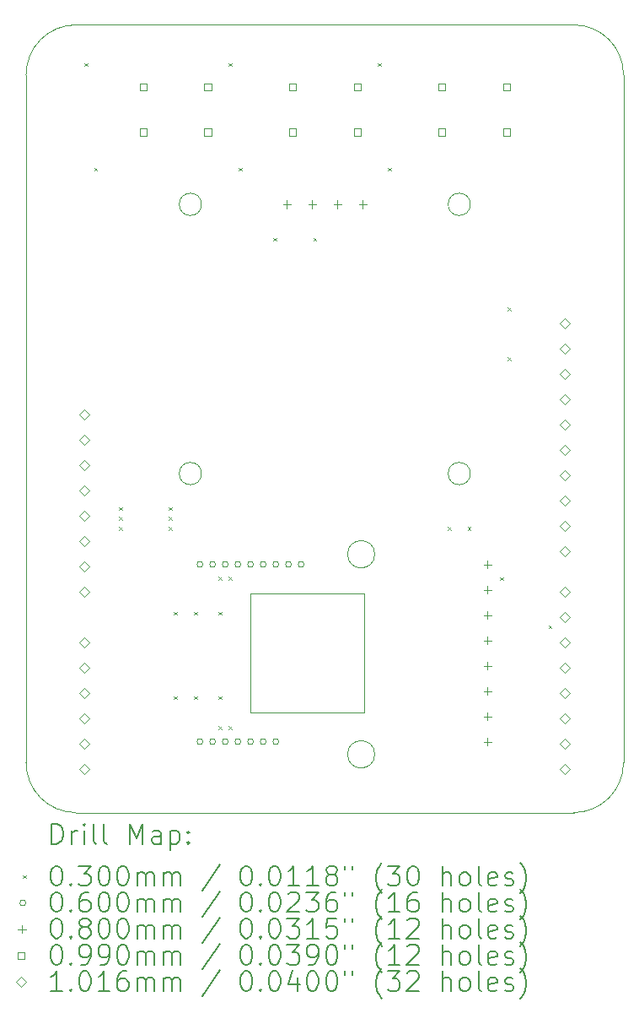
<source format=gbr>
%TF.GenerationSoftware,KiCad,Pcbnew,8.0.6*%
%TF.CreationDate,2025-12-03T00:04:38-05:00*%
%TF.ProjectId,dead_reckoning_shield,64656164-5f72-4656-936b-6f6e696e675f,rev?*%
%TF.SameCoordinates,Original*%
%TF.FileFunction,Drillmap*%
%TF.FilePolarity,Positive*%
%FSLAX45Y45*%
G04 Gerber Fmt 4.5, Leading zero omitted, Abs format (unit mm)*
G04 Created by KiCad (PCBNEW 8.0.6) date 2025-12-03 00:04:38*
%MOMM*%
%LPD*%
G01*
G04 APERTURE LIST*
%ADD10C,0.050000*%
%ADD11C,0.200000*%
%ADD12C,0.100000*%
%ADD13C,0.101600*%
G04 APERTURE END LIST*
D10*
X17500000Y-14600000D02*
X22500000Y-14600000D01*
X22500000Y-6700000D02*
G75*
G02*
X23000000Y-7200000I0J-500000D01*
G01*
X17500000Y-6700000D02*
X22500000Y-6700000D01*
X17000000Y-7200000D02*
G75*
G02*
X17500000Y-6700000I500000J0D01*
G01*
X23000000Y-7200000D02*
X23000000Y-14100000D01*
X17500000Y-14600000D02*
G75*
G02*
X17000000Y-14100000I0J500000D01*
G01*
X17000000Y-14100000D02*
X17000000Y-7200000D01*
X23000000Y-14100000D02*
G75*
G02*
X22500000Y-14600000I-500000J0D01*
G01*
X20501783Y-12009400D02*
G75*
G02*
X20228217Y-12009400I-136783J0D01*
G01*
X20228217Y-12009400D02*
G75*
G02*
X20501783Y-12009400I136783J0D01*
G01*
X20501783Y-14016000D02*
G75*
G02*
X20228217Y-14016000I-136783J0D01*
G01*
X20228217Y-14016000D02*
G75*
G02*
X20501783Y-14016000I136783J0D01*
G01*
X18761803Y-8500000D02*
G75*
G02*
X18538197Y-8500000I-111803J0D01*
G01*
X18538197Y-8500000D02*
G75*
G02*
X18761803Y-8500000I111803J0D01*
G01*
X18761803Y-11200000D02*
G75*
G02*
X18538197Y-11200000I-111803J0D01*
G01*
X18538197Y-11200000D02*
G75*
G02*
X18761803Y-11200000I111803J0D01*
G01*
X21461803Y-8500000D02*
G75*
G02*
X21238197Y-8500000I-111803J0D01*
G01*
X21238197Y-8500000D02*
G75*
G02*
X21461803Y-8500000I111803J0D01*
G01*
X21461803Y-11200000D02*
G75*
G02*
X21238197Y-11200000I-111803J0D01*
G01*
X21238197Y-11200000D02*
G75*
G02*
X21461803Y-11200000I111803J0D01*
G01*
X19254000Y-13596500D02*
X20397000Y-13596500D01*
X20397000Y-12403500D01*
X19254000Y-12403500D01*
X19254000Y-13596500D01*
D11*
D12*
X17585000Y-7085000D02*
X17615000Y-7115000D01*
X17615000Y-7085000D02*
X17585000Y-7115000D01*
X17685000Y-8135000D02*
X17715000Y-8165000D01*
X17715000Y-8135000D02*
X17685000Y-8165000D01*
X17935000Y-11535000D02*
X17965000Y-11565000D01*
X17965000Y-11535000D02*
X17935000Y-11565000D01*
X17935000Y-11635000D02*
X17965000Y-11665000D01*
X17965000Y-11635000D02*
X17935000Y-11665000D01*
X17935000Y-11735000D02*
X17965000Y-11765000D01*
X17965000Y-11735000D02*
X17935000Y-11765000D01*
X18435000Y-11535000D02*
X18465000Y-11565000D01*
X18465000Y-11535000D02*
X18435000Y-11565000D01*
X18435000Y-11635000D02*
X18465000Y-11665000D01*
X18465000Y-11635000D02*
X18435000Y-11665000D01*
X18435000Y-11735000D02*
X18465000Y-11765000D01*
X18465000Y-11735000D02*
X18435000Y-11765000D01*
X18485000Y-12585000D02*
X18515000Y-12615000D01*
X18515000Y-12585000D02*
X18485000Y-12615000D01*
X18485000Y-13435000D02*
X18515000Y-13465000D01*
X18515000Y-13435000D02*
X18485000Y-13465000D01*
X18685000Y-12585000D02*
X18715000Y-12615000D01*
X18715000Y-12585000D02*
X18685000Y-12615000D01*
X18685000Y-13435000D02*
X18715000Y-13465000D01*
X18715000Y-13435000D02*
X18685000Y-13465000D01*
X18935000Y-12235000D02*
X18965000Y-12265000D01*
X18965000Y-12235000D02*
X18935000Y-12265000D01*
X18935000Y-12585000D02*
X18965000Y-12615000D01*
X18965000Y-12585000D02*
X18935000Y-12615000D01*
X18935000Y-13435000D02*
X18965000Y-13465000D01*
X18965000Y-13435000D02*
X18935000Y-13465000D01*
X18935000Y-13735000D02*
X18965000Y-13765000D01*
X18965000Y-13735000D02*
X18935000Y-13765000D01*
X19035000Y-7085000D02*
X19065000Y-7115000D01*
X19065000Y-7085000D02*
X19035000Y-7115000D01*
X19035000Y-12235000D02*
X19065000Y-12265000D01*
X19065000Y-12235000D02*
X19035000Y-12265000D01*
X19035000Y-13735000D02*
X19065000Y-13765000D01*
X19065000Y-13735000D02*
X19035000Y-13765000D01*
X19135000Y-8135000D02*
X19165000Y-8165000D01*
X19165000Y-8135000D02*
X19135000Y-8165000D01*
X19485000Y-8835000D02*
X19515000Y-8865000D01*
X19515000Y-8835000D02*
X19485000Y-8865000D01*
X19885000Y-8835000D02*
X19915000Y-8865000D01*
X19915000Y-8835000D02*
X19885000Y-8865000D01*
X20535000Y-7085000D02*
X20565000Y-7115000D01*
X20565000Y-7085000D02*
X20535000Y-7115000D01*
X20635000Y-8135000D02*
X20665000Y-8165000D01*
X20665000Y-8135000D02*
X20635000Y-8165000D01*
X21235000Y-11735000D02*
X21265000Y-11765000D01*
X21265000Y-11735000D02*
X21235000Y-11765000D01*
X21435000Y-11735000D02*
X21465000Y-11765000D01*
X21465000Y-11735000D02*
X21435000Y-11765000D01*
X21762700Y-12240000D02*
X21792700Y-12270000D01*
X21792700Y-12240000D02*
X21762700Y-12270000D01*
X21835000Y-9535000D02*
X21865000Y-9565000D01*
X21865000Y-9535000D02*
X21835000Y-9565000D01*
X21835000Y-10035000D02*
X21865000Y-10065000D01*
X21865000Y-10035000D02*
X21835000Y-10065000D01*
X22246350Y-12723650D02*
X22276350Y-12753650D01*
X22276350Y-12723650D02*
X22246350Y-12753650D01*
X18776000Y-12111000D02*
G75*
G02*
X18716000Y-12111000I-30000J0D01*
G01*
X18716000Y-12111000D02*
G75*
G02*
X18776000Y-12111000I30000J0D01*
G01*
X18776000Y-13889000D02*
G75*
G02*
X18716000Y-13889000I-30000J0D01*
G01*
X18716000Y-13889000D02*
G75*
G02*
X18776000Y-13889000I30000J0D01*
G01*
X18903000Y-12111000D02*
G75*
G02*
X18843000Y-12111000I-30000J0D01*
G01*
X18843000Y-12111000D02*
G75*
G02*
X18903000Y-12111000I30000J0D01*
G01*
X18903000Y-13889000D02*
G75*
G02*
X18843000Y-13889000I-30000J0D01*
G01*
X18843000Y-13889000D02*
G75*
G02*
X18903000Y-13889000I30000J0D01*
G01*
X19030000Y-12111000D02*
G75*
G02*
X18970000Y-12111000I-30000J0D01*
G01*
X18970000Y-12111000D02*
G75*
G02*
X19030000Y-12111000I30000J0D01*
G01*
X19030000Y-13889000D02*
G75*
G02*
X18970000Y-13889000I-30000J0D01*
G01*
X18970000Y-13889000D02*
G75*
G02*
X19030000Y-13889000I30000J0D01*
G01*
X19157000Y-12111000D02*
G75*
G02*
X19097000Y-12111000I-30000J0D01*
G01*
X19097000Y-12111000D02*
G75*
G02*
X19157000Y-12111000I30000J0D01*
G01*
X19157000Y-13889000D02*
G75*
G02*
X19097000Y-13889000I-30000J0D01*
G01*
X19097000Y-13889000D02*
G75*
G02*
X19157000Y-13889000I30000J0D01*
G01*
X19284000Y-12111000D02*
G75*
G02*
X19224000Y-12111000I-30000J0D01*
G01*
X19224000Y-12111000D02*
G75*
G02*
X19284000Y-12111000I30000J0D01*
G01*
X19284000Y-13889000D02*
G75*
G02*
X19224000Y-13889000I-30000J0D01*
G01*
X19224000Y-13889000D02*
G75*
G02*
X19284000Y-13889000I30000J0D01*
G01*
X19411000Y-12111000D02*
G75*
G02*
X19351000Y-12111000I-30000J0D01*
G01*
X19351000Y-12111000D02*
G75*
G02*
X19411000Y-12111000I30000J0D01*
G01*
X19411000Y-13889000D02*
G75*
G02*
X19351000Y-13889000I-30000J0D01*
G01*
X19351000Y-13889000D02*
G75*
G02*
X19411000Y-13889000I30000J0D01*
G01*
X19538000Y-12111000D02*
G75*
G02*
X19478000Y-12111000I-30000J0D01*
G01*
X19478000Y-12111000D02*
G75*
G02*
X19538000Y-12111000I30000J0D01*
G01*
X19538000Y-13889000D02*
G75*
G02*
X19478000Y-13889000I-30000J0D01*
G01*
X19478000Y-13889000D02*
G75*
G02*
X19538000Y-13889000I30000J0D01*
G01*
X19665000Y-12111000D02*
G75*
G02*
X19605000Y-12111000I-30000J0D01*
G01*
X19605000Y-12111000D02*
G75*
G02*
X19665000Y-12111000I30000J0D01*
G01*
X19792000Y-12111000D02*
G75*
G02*
X19732000Y-12111000I-30000J0D01*
G01*
X19732000Y-12111000D02*
G75*
G02*
X19792000Y-12111000I30000J0D01*
G01*
X19619000Y-8460000D02*
X19619000Y-8540000D01*
X19579000Y-8500000D02*
X19659000Y-8500000D01*
X19873000Y-8460000D02*
X19873000Y-8540000D01*
X19833000Y-8500000D02*
X19913000Y-8500000D01*
X20127000Y-8460000D02*
X20127000Y-8540000D01*
X20087000Y-8500000D02*
X20167000Y-8500000D01*
X20381000Y-8460000D02*
X20381000Y-8540000D01*
X20341000Y-8500000D02*
X20421000Y-8500000D01*
X21635000Y-12071000D02*
X21635000Y-12151000D01*
X21595000Y-12111000D02*
X21675000Y-12111000D01*
X21635000Y-12325000D02*
X21635000Y-12405000D01*
X21595000Y-12365000D02*
X21675000Y-12365000D01*
X21635000Y-12579000D02*
X21635000Y-12659000D01*
X21595000Y-12619000D02*
X21675000Y-12619000D01*
X21635000Y-12833000D02*
X21635000Y-12913000D01*
X21595000Y-12873000D02*
X21675000Y-12873000D01*
X21635000Y-13087000D02*
X21635000Y-13167000D01*
X21595000Y-13127000D02*
X21675000Y-13127000D01*
X21635000Y-13341000D02*
X21635000Y-13421000D01*
X21595000Y-13381000D02*
X21675000Y-13381000D01*
X21635000Y-13595000D02*
X21635000Y-13675000D01*
X21595000Y-13635000D02*
X21675000Y-13635000D01*
X21635000Y-13849000D02*
X21635000Y-13929000D01*
X21595000Y-13889000D02*
X21675000Y-13889000D01*
X18210002Y-7360002D02*
X18210002Y-7289998D01*
X18139998Y-7289998D01*
X18139998Y-7360002D01*
X18210002Y-7360002D01*
X18210002Y-7810002D02*
X18210002Y-7739998D01*
X18139998Y-7739998D01*
X18139998Y-7810002D01*
X18210002Y-7810002D01*
X18860002Y-7360002D02*
X18860002Y-7289998D01*
X18789998Y-7289998D01*
X18789998Y-7360002D01*
X18860002Y-7360002D01*
X18860002Y-7810002D02*
X18860002Y-7739998D01*
X18789998Y-7739998D01*
X18789998Y-7810002D01*
X18860002Y-7810002D01*
X19710002Y-7360002D02*
X19710002Y-7289998D01*
X19639998Y-7289998D01*
X19639998Y-7360002D01*
X19710002Y-7360002D01*
X19710002Y-7810002D02*
X19710002Y-7739998D01*
X19639998Y-7739998D01*
X19639998Y-7810002D01*
X19710002Y-7810002D01*
X20360002Y-7360002D02*
X20360002Y-7289998D01*
X20289998Y-7289998D01*
X20289998Y-7360002D01*
X20360002Y-7360002D01*
X20360002Y-7810002D02*
X20360002Y-7739998D01*
X20289998Y-7739998D01*
X20289998Y-7810002D01*
X20360002Y-7810002D01*
X21210002Y-7360002D02*
X21210002Y-7289998D01*
X21139998Y-7289998D01*
X21139998Y-7360002D01*
X21210002Y-7360002D01*
X21210002Y-7810002D02*
X21210002Y-7739998D01*
X21139998Y-7739998D01*
X21139998Y-7810002D01*
X21210002Y-7810002D01*
X21860002Y-7360002D02*
X21860002Y-7289998D01*
X21789998Y-7289998D01*
X21789998Y-7360002D01*
X21860002Y-7360002D01*
X21860002Y-7810002D02*
X21860002Y-7739998D01*
X21789998Y-7739998D01*
X21789998Y-7810002D01*
X21860002Y-7810002D01*
D13*
X17587000Y-10655100D02*
X17637800Y-10604300D01*
X17587000Y-10553500D01*
X17536200Y-10604300D01*
X17587000Y-10655100D01*
X17587000Y-10909100D02*
X17637800Y-10858300D01*
X17587000Y-10807500D01*
X17536200Y-10858300D01*
X17587000Y-10909100D01*
X17587000Y-11163100D02*
X17637800Y-11112300D01*
X17587000Y-11061500D01*
X17536200Y-11112300D01*
X17587000Y-11163100D01*
X17587000Y-11417100D02*
X17637800Y-11366300D01*
X17587000Y-11315500D01*
X17536200Y-11366300D01*
X17587000Y-11417100D01*
X17587000Y-11671100D02*
X17637800Y-11620300D01*
X17587000Y-11569500D01*
X17536200Y-11620300D01*
X17587000Y-11671100D01*
X17587000Y-11925100D02*
X17637800Y-11874300D01*
X17587000Y-11823500D01*
X17536200Y-11874300D01*
X17587000Y-11925100D01*
X17587000Y-12179100D02*
X17637800Y-12128300D01*
X17587000Y-12077500D01*
X17536200Y-12128300D01*
X17587000Y-12179100D01*
X17587000Y-12433100D02*
X17637800Y-12382300D01*
X17587000Y-12331500D01*
X17536200Y-12382300D01*
X17587000Y-12433100D01*
X17587000Y-12941100D02*
X17637800Y-12890300D01*
X17587000Y-12839500D01*
X17536200Y-12890300D01*
X17587000Y-12941100D01*
X17587000Y-13195100D02*
X17637800Y-13144300D01*
X17587000Y-13093500D01*
X17536200Y-13144300D01*
X17587000Y-13195100D01*
X17587000Y-13449100D02*
X17637800Y-13398300D01*
X17587000Y-13347500D01*
X17536200Y-13398300D01*
X17587000Y-13449100D01*
X17587000Y-13703100D02*
X17637800Y-13652300D01*
X17587000Y-13601500D01*
X17536200Y-13652300D01*
X17587000Y-13703100D01*
X17587000Y-13957100D02*
X17637800Y-13906300D01*
X17587000Y-13855500D01*
X17536200Y-13906300D01*
X17587000Y-13957100D01*
X17587000Y-14211100D02*
X17637800Y-14160300D01*
X17587000Y-14109500D01*
X17536200Y-14160300D01*
X17587000Y-14211100D01*
X22413000Y-9740700D02*
X22463800Y-9689900D01*
X22413000Y-9639100D01*
X22362200Y-9689900D01*
X22413000Y-9740700D01*
X22413000Y-9994700D02*
X22463800Y-9943900D01*
X22413000Y-9893100D01*
X22362200Y-9943900D01*
X22413000Y-9994700D01*
X22413000Y-10248700D02*
X22463800Y-10197900D01*
X22413000Y-10147100D01*
X22362200Y-10197900D01*
X22413000Y-10248700D01*
X22413000Y-10502700D02*
X22463800Y-10451900D01*
X22413000Y-10401100D01*
X22362200Y-10451900D01*
X22413000Y-10502700D01*
X22413000Y-10756700D02*
X22463800Y-10705900D01*
X22413000Y-10655100D01*
X22362200Y-10705900D01*
X22413000Y-10756700D01*
X22413000Y-11010700D02*
X22463800Y-10959900D01*
X22413000Y-10909100D01*
X22362200Y-10959900D01*
X22413000Y-11010700D01*
X22413000Y-11264700D02*
X22463800Y-11213900D01*
X22413000Y-11163100D01*
X22362200Y-11213900D01*
X22413000Y-11264700D01*
X22413000Y-11518700D02*
X22463800Y-11467900D01*
X22413000Y-11417100D01*
X22362200Y-11467900D01*
X22413000Y-11518700D01*
X22413000Y-11772700D02*
X22463800Y-11721900D01*
X22413000Y-11671100D01*
X22362200Y-11721900D01*
X22413000Y-11772700D01*
X22413000Y-12026700D02*
X22463800Y-11975900D01*
X22413000Y-11925100D01*
X22362200Y-11975900D01*
X22413000Y-12026700D01*
X22413000Y-12433100D02*
X22463800Y-12382300D01*
X22413000Y-12331500D01*
X22362200Y-12382300D01*
X22413000Y-12433100D01*
X22413000Y-12687100D02*
X22463800Y-12636300D01*
X22413000Y-12585500D01*
X22362200Y-12636300D01*
X22413000Y-12687100D01*
X22413000Y-12941100D02*
X22463800Y-12890300D01*
X22413000Y-12839500D01*
X22362200Y-12890300D01*
X22413000Y-12941100D01*
X22413000Y-13195100D02*
X22463800Y-13144300D01*
X22413000Y-13093500D01*
X22362200Y-13144300D01*
X22413000Y-13195100D01*
X22413000Y-13449100D02*
X22463800Y-13398300D01*
X22413000Y-13347500D01*
X22362200Y-13398300D01*
X22413000Y-13449100D01*
X22413000Y-13703100D02*
X22463800Y-13652300D01*
X22413000Y-13601500D01*
X22362200Y-13652300D01*
X22413000Y-13703100D01*
X22413000Y-13957100D02*
X22463800Y-13906300D01*
X22413000Y-13855500D01*
X22362200Y-13906300D01*
X22413000Y-13957100D01*
X22413000Y-14211100D02*
X22463800Y-14160300D01*
X22413000Y-14109500D01*
X22362200Y-14160300D01*
X22413000Y-14211100D01*
D11*
X17258277Y-14913984D02*
X17258277Y-14713984D01*
X17258277Y-14713984D02*
X17305896Y-14713984D01*
X17305896Y-14713984D02*
X17334467Y-14723508D01*
X17334467Y-14723508D02*
X17353515Y-14742555D01*
X17353515Y-14742555D02*
X17363039Y-14761603D01*
X17363039Y-14761603D02*
X17372563Y-14799698D01*
X17372563Y-14799698D02*
X17372563Y-14828269D01*
X17372563Y-14828269D02*
X17363039Y-14866365D01*
X17363039Y-14866365D02*
X17353515Y-14885412D01*
X17353515Y-14885412D02*
X17334467Y-14904460D01*
X17334467Y-14904460D02*
X17305896Y-14913984D01*
X17305896Y-14913984D02*
X17258277Y-14913984D01*
X17458277Y-14913984D02*
X17458277Y-14780650D01*
X17458277Y-14818746D02*
X17467801Y-14799698D01*
X17467801Y-14799698D02*
X17477324Y-14790174D01*
X17477324Y-14790174D02*
X17496372Y-14780650D01*
X17496372Y-14780650D02*
X17515420Y-14780650D01*
X17582086Y-14913984D02*
X17582086Y-14780650D01*
X17582086Y-14713984D02*
X17572563Y-14723508D01*
X17572563Y-14723508D02*
X17582086Y-14733031D01*
X17582086Y-14733031D02*
X17591610Y-14723508D01*
X17591610Y-14723508D02*
X17582086Y-14713984D01*
X17582086Y-14713984D02*
X17582086Y-14733031D01*
X17705896Y-14913984D02*
X17686848Y-14904460D01*
X17686848Y-14904460D02*
X17677324Y-14885412D01*
X17677324Y-14885412D02*
X17677324Y-14713984D01*
X17810658Y-14913984D02*
X17791610Y-14904460D01*
X17791610Y-14904460D02*
X17782086Y-14885412D01*
X17782086Y-14885412D02*
X17782086Y-14713984D01*
X18039229Y-14913984D02*
X18039229Y-14713984D01*
X18039229Y-14713984D02*
X18105896Y-14856841D01*
X18105896Y-14856841D02*
X18172563Y-14713984D01*
X18172563Y-14713984D02*
X18172563Y-14913984D01*
X18353515Y-14913984D02*
X18353515Y-14809222D01*
X18353515Y-14809222D02*
X18343991Y-14790174D01*
X18343991Y-14790174D02*
X18324944Y-14780650D01*
X18324944Y-14780650D02*
X18286848Y-14780650D01*
X18286848Y-14780650D02*
X18267801Y-14790174D01*
X18353515Y-14904460D02*
X18334467Y-14913984D01*
X18334467Y-14913984D02*
X18286848Y-14913984D01*
X18286848Y-14913984D02*
X18267801Y-14904460D01*
X18267801Y-14904460D02*
X18258277Y-14885412D01*
X18258277Y-14885412D02*
X18258277Y-14866365D01*
X18258277Y-14866365D02*
X18267801Y-14847317D01*
X18267801Y-14847317D02*
X18286848Y-14837793D01*
X18286848Y-14837793D02*
X18334467Y-14837793D01*
X18334467Y-14837793D02*
X18353515Y-14828269D01*
X18448753Y-14780650D02*
X18448753Y-14980650D01*
X18448753Y-14790174D02*
X18467801Y-14780650D01*
X18467801Y-14780650D02*
X18505896Y-14780650D01*
X18505896Y-14780650D02*
X18524944Y-14790174D01*
X18524944Y-14790174D02*
X18534467Y-14799698D01*
X18534467Y-14799698D02*
X18543991Y-14818746D01*
X18543991Y-14818746D02*
X18543991Y-14875888D01*
X18543991Y-14875888D02*
X18534467Y-14894936D01*
X18534467Y-14894936D02*
X18524944Y-14904460D01*
X18524944Y-14904460D02*
X18505896Y-14913984D01*
X18505896Y-14913984D02*
X18467801Y-14913984D01*
X18467801Y-14913984D02*
X18448753Y-14904460D01*
X18629705Y-14894936D02*
X18639229Y-14904460D01*
X18639229Y-14904460D02*
X18629705Y-14913984D01*
X18629705Y-14913984D02*
X18620182Y-14904460D01*
X18620182Y-14904460D02*
X18629705Y-14894936D01*
X18629705Y-14894936D02*
X18629705Y-14913984D01*
X18629705Y-14790174D02*
X18639229Y-14799698D01*
X18639229Y-14799698D02*
X18629705Y-14809222D01*
X18629705Y-14809222D02*
X18620182Y-14799698D01*
X18620182Y-14799698D02*
X18629705Y-14790174D01*
X18629705Y-14790174D02*
X18629705Y-14809222D01*
D12*
X16967500Y-15227500D02*
X16997500Y-15257500D01*
X16997500Y-15227500D02*
X16967500Y-15257500D01*
D11*
X17296372Y-15133984D02*
X17315420Y-15133984D01*
X17315420Y-15133984D02*
X17334467Y-15143508D01*
X17334467Y-15143508D02*
X17343991Y-15153031D01*
X17343991Y-15153031D02*
X17353515Y-15172079D01*
X17353515Y-15172079D02*
X17363039Y-15210174D01*
X17363039Y-15210174D02*
X17363039Y-15257793D01*
X17363039Y-15257793D02*
X17353515Y-15295888D01*
X17353515Y-15295888D02*
X17343991Y-15314936D01*
X17343991Y-15314936D02*
X17334467Y-15324460D01*
X17334467Y-15324460D02*
X17315420Y-15333984D01*
X17315420Y-15333984D02*
X17296372Y-15333984D01*
X17296372Y-15333984D02*
X17277324Y-15324460D01*
X17277324Y-15324460D02*
X17267801Y-15314936D01*
X17267801Y-15314936D02*
X17258277Y-15295888D01*
X17258277Y-15295888D02*
X17248753Y-15257793D01*
X17248753Y-15257793D02*
X17248753Y-15210174D01*
X17248753Y-15210174D02*
X17258277Y-15172079D01*
X17258277Y-15172079D02*
X17267801Y-15153031D01*
X17267801Y-15153031D02*
X17277324Y-15143508D01*
X17277324Y-15143508D02*
X17296372Y-15133984D01*
X17448753Y-15314936D02*
X17458277Y-15324460D01*
X17458277Y-15324460D02*
X17448753Y-15333984D01*
X17448753Y-15333984D02*
X17439229Y-15324460D01*
X17439229Y-15324460D02*
X17448753Y-15314936D01*
X17448753Y-15314936D02*
X17448753Y-15333984D01*
X17524944Y-15133984D02*
X17648753Y-15133984D01*
X17648753Y-15133984D02*
X17582086Y-15210174D01*
X17582086Y-15210174D02*
X17610658Y-15210174D01*
X17610658Y-15210174D02*
X17629705Y-15219698D01*
X17629705Y-15219698D02*
X17639229Y-15229222D01*
X17639229Y-15229222D02*
X17648753Y-15248269D01*
X17648753Y-15248269D02*
X17648753Y-15295888D01*
X17648753Y-15295888D02*
X17639229Y-15314936D01*
X17639229Y-15314936D02*
X17629705Y-15324460D01*
X17629705Y-15324460D02*
X17610658Y-15333984D01*
X17610658Y-15333984D02*
X17553515Y-15333984D01*
X17553515Y-15333984D02*
X17534467Y-15324460D01*
X17534467Y-15324460D02*
X17524944Y-15314936D01*
X17772563Y-15133984D02*
X17791610Y-15133984D01*
X17791610Y-15133984D02*
X17810658Y-15143508D01*
X17810658Y-15143508D02*
X17820182Y-15153031D01*
X17820182Y-15153031D02*
X17829705Y-15172079D01*
X17829705Y-15172079D02*
X17839229Y-15210174D01*
X17839229Y-15210174D02*
X17839229Y-15257793D01*
X17839229Y-15257793D02*
X17829705Y-15295888D01*
X17829705Y-15295888D02*
X17820182Y-15314936D01*
X17820182Y-15314936D02*
X17810658Y-15324460D01*
X17810658Y-15324460D02*
X17791610Y-15333984D01*
X17791610Y-15333984D02*
X17772563Y-15333984D01*
X17772563Y-15333984D02*
X17753515Y-15324460D01*
X17753515Y-15324460D02*
X17743991Y-15314936D01*
X17743991Y-15314936D02*
X17734467Y-15295888D01*
X17734467Y-15295888D02*
X17724944Y-15257793D01*
X17724944Y-15257793D02*
X17724944Y-15210174D01*
X17724944Y-15210174D02*
X17734467Y-15172079D01*
X17734467Y-15172079D02*
X17743991Y-15153031D01*
X17743991Y-15153031D02*
X17753515Y-15143508D01*
X17753515Y-15143508D02*
X17772563Y-15133984D01*
X17963039Y-15133984D02*
X17982086Y-15133984D01*
X17982086Y-15133984D02*
X18001134Y-15143508D01*
X18001134Y-15143508D02*
X18010658Y-15153031D01*
X18010658Y-15153031D02*
X18020182Y-15172079D01*
X18020182Y-15172079D02*
X18029705Y-15210174D01*
X18029705Y-15210174D02*
X18029705Y-15257793D01*
X18029705Y-15257793D02*
X18020182Y-15295888D01*
X18020182Y-15295888D02*
X18010658Y-15314936D01*
X18010658Y-15314936D02*
X18001134Y-15324460D01*
X18001134Y-15324460D02*
X17982086Y-15333984D01*
X17982086Y-15333984D02*
X17963039Y-15333984D01*
X17963039Y-15333984D02*
X17943991Y-15324460D01*
X17943991Y-15324460D02*
X17934467Y-15314936D01*
X17934467Y-15314936D02*
X17924944Y-15295888D01*
X17924944Y-15295888D02*
X17915420Y-15257793D01*
X17915420Y-15257793D02*
X17915420Y-15210174D01*
X17915420Y-15210174D02*
X17924944Y-15172079D01*
X17924944Y-15172079D02*
X17934467Y-15153031D01*
X17934467Y-15153031D02*
X17943991Y-15143508D01*
X17943991Y-15143508D02*
X17963039Y-15133984D01*
X18115420Y-15333984D02*
X18115420Y-15200650D01*
X18115420Y-15219698D02*
X18124944Y-15210174D01*
X18124944Y-15210174D02*
X18143991Y-15200650D01*
X18143991Y-15200650D02*
X18172563Y-15200650D01*
X18172563Y-15200650D02*
X18191610Y-15210174D01*
X18191610Y-15210174D02*
X18201134Y-15229222D01*
X18201134Y-15229222D02*
X18201134Y-15333984D01*
X18201134Y-15229222D02*
X18210658Y-15210174D01*
X18210658Y-15210174D02*
X18229705Y-15200650D01*
X18229705Y-15200650D02*
X18258277Y-15200650D01*
X18258277Y-15200650D02*
X18277325Y-15210174D01*
X18277325Y-15210174D02*
X18286848Y-15229222D01*
X18286848Y-15229222D02*
X18286848Y-15333984D01*
X18382086Y-15333984D02*
X18382086Y-15200650D01*
X18382086Y-15219698D02*
X18391610Y-15210174D01*
X18391610Y-15210174D02*
X18410658Y-15200650D01*
X18410658Y-15200650D02*
X18439229Y-15200650D01*
X18439229Y-15200650D02*
X18458277Y-15210174D01*
X18458277Y-15210174D02*
X18467801Y-15229222D01*
X18467801Y-15229222D02*
X18467801Y-15333984D01*
X18467801Y-15229222D02*
X18477325Y-15210174D01*
X18477325Y-15210174D02*
X18496372Y-15200650D01*
X18496372Y-15200650D02*
X18524944Y-15200650D01*
X18524944Y-15200650D02*
X18543991Y-15210174D01*
X18543991Y-15210174D02*
X18553515Y-15229222D01*
X18553515Y-15229222D02*
X18553515Y-15333984D01*
X18943991Y-15124460D02*
X18772563Y-15381603D01*
X19201134Y-15133984D02*
X19220182Y-15133984D01*
X19220182Y-15133984D02*
X19239229Y-15143508D01*
X19239229Y-15143508D02*
X19248753Y-15153031D01*
X19248753Y-15153031D02*
X19258277Y-15172079D01*
X19258277Y-15172079D02*
X19267801Y-15210174D01*
X19267801Y-15210174D02*
X19267801Y-15257793D01*
X19267801Y-15257793D02*
X19258277Y-15295888D01*
X19258277Y-15295888D02*
X19248753Y-15314936D01*
X19248753Y-15314936D02*
X19239229Y-15324460D01*
X19239229Y-15324460D02*
X19220182Y-15333984D01*
X19220182Y-15333984D02*
X19201134Y-15333984D01*
X19201134Y-15333984D02*
X19182087Y-15324460D01*
X19182087Y-15324460D02*
X19172563Y-15314936D01*
X19172563Y-15314936D02*
X19163039Y-15295888D01*
X19163039Y-15295888D02*
X19153515Y-15257793D01*
X19153515Y-15257793D02*
X19153515Y-15210174D01*
X19153515Y-15210174D02*
X19163039Y-15172079D01*
X19163039Y-15172079D02*
X19172563Y-15153031D01*
X19172563Y-15153031D02*
X19182087Y-15143508D01*
X19182087Y-15143508D02*
X19201134Y-15133984D01*
X19353515Y-15314936D02*
X19363039Y-15324460D01*
X19363039Y-15324460D02*
X19353515Y-15333984D01*
X19353515Y-15333984D02*
X19343991Y-15324460D01*
X19343991Y-15324460D02*
X19353515Y-15314936D01*
X19353515Y-15314936D02*
X19353515Y-15333984D01*
X19486848Y-15133984D02*
X19505896Y-15133984D01*
X19505896Y-15133984D02*
X19524944Y-15143508D01*
X19524944Y-15143508D02*
X19534468Y-15153031D01*
X19534468Y-15153031D02*
X19543991Y-15172079D01*
X19543991Y-15172079D02*
X19553515Y-15210174D01*
X19553515Y-15210174D02*
X19553515Y-15257793D01*
X19553515Y-15257793D02*
X19543991Y-15295888D01*
X19543991Y-15295888D02*
X19534468Y-15314936D01*
X19534468Y-15314936D02*
X19524944Y-15324460D01*
X19524944Y-15324460D02*
X19505896Y-15333984D01*
X19505896Y-15333984D02*
X19486848Y-15333984D01*
X19486848Y-15333984D02*
X19467801Y-15324460D01*
X19467801Y-15324460D02*
X19458277Y-15314936D01*
X19458277Y-15314936D02*
X19448753Y-15295888D01*
X19448753Y-15295888D02*
X19439229Y-15257793D01*
X19439229Y-15257793D02*
X19439229Y-15210174D01*
X19439229Y-15210174D02*
X19448753Y-15172079D01*
X19448753Y-15172079D02*
X19458277Y-15153031D01*
X19458277Y-15153031D02*
X19467801Y-15143508D01*
X19467801Y-15143508D02*
X19486848Y-15133984D01*
X19743991Y-15333984D02*
X19629706Y-15333984D01*
X19686848Y-15333984D02*
X19686848Y-15133984D01*
X19686848Y-15133984D02*
X19667801Y-15162555D01*
X19667801Y-15162555D02*
X19648753Y-15181603D01*
X19648753Y-15181603D02*
X19629706Y-15191127D01*
X19934468Y-15333984D02*
X19820182Y-15333984D01*
X19877325Y-15333984D02*
X19877325Y-15133984D01*
X19877325Y-15133984D02*
X19858277Y-15162555D01*
X19858277Y-15162555D02*
X19839229Y-15181603D01*
X19839229Y-15181603D02*
X19820182Y-15191127D01*
X20048753Y-15219698D02*
X20029706Y-15210174D01*
X20029706Y-15210174D02*
X20020182Y-15200650D01*
X20020182Y-15200650D02*
X20010658Y-15181603D01*
X20010658Y-15181603D02*
X20010658Y-15172079D01*
X20010658Y-15172079D02*
X20020182Y-15153031D01*
X20020182Y-15153031D02*
X20029706Y-15143508D01*
X20029706Y-15143508D02*
X20048753Y-15133984D01*
X20048753Y-15133984D02*
X20086849Y-15133984D01*
X20086849Y-15133984D02*
X20105896Y-15143508D01*
X20105896Y-15143508D02*
X20115420Y-15153031D01*
X20115420Y-15153031D02*
X20124944Y-15172079D01*
X20124944Y-15172079D02*
X20124944Y-15181603D01*
X20124944Y-15181603D02*
X20115420Y-15200650D01*
X20115420Y-15200650D02*
X20105896Y-15210174D01*
X20105896Y-15210174D02*
X20086849Y-15219698D01*
X20086849Y-15219698D02*
X20048753Y-15219698D01*
X20048753Y-15219698D02*
X20029706Y-15229222D01*
X20029706Y-15229222D02*
X20020182Y-15238746D01*
X20020182Y-15238746D02*
X20010658Y-15257793D01*
X20010658Y-15257793D02*
X20010658Y-15295888D01*
X20010658Y-15295888D02*
X20020182Y-15314936D01*
X20020182Y-15314936D02*
X20029706Y-15324460D01*
X20029706Y-15324460D02*
X20048753Y-15333984D01*
X20048753Y-15333984D02*
X20086849Y-15333984D01*
X20086849Y-15333984D02*
X20105896Y-15324460D01*
X20105896Y-15324460D02*
X20115420Y-15314936D01*
X20115420Y-15314936D02*
X20124944Y-15295888D01*
X20124944Y-15295888D02*
X20124944Y-15257793D01*
X20124944Y-15257793D02*
X20115420Y-15238746D01*
X20115420Y-15238746D02*
X20105896Y-15229222D01*
X20105896Y-15229222D02*
X20086849Y-15219698D01*
X20201134Y-15133984D02*
X20201134Y-15172079D01*
X20277325Y-15133984D02*
X20277325Y-15172079D01*
X20572563Y-15410174D02*
X20563039Y-15400650D01*
X20563039Y-15400650D02*
X20543991Y-15372079D01*
X20543991Y-15372079D02*
X20534468Y-15353031D01*
X20534468Y-15353031D02*
X20524944Y-15324460D01*
X20524944Y-15324460D02*
X20515420Y-15276841D01*
X20515420Y-15276841D02*
X20515420Y-15238746D01*
X20515420Y-15238746D02*
X20524944Y-15191127D01*
X20524944Y-15191127D02*
X20534468Y-15162555D01*
X20534468Y-15162555D02*
X20543991Y-15143508D01*
X20543991Y-15143508D02*
X20563039Y-15114936D01*
X20563039Y-15114936D02*
X20572563Y-15105412D01*
X20629706Y-15133984D02*
X20753515Y-15133984D01*
X20753515Y-15133984D02*
X20686849Y-15210174D01*
X20686849Y-15210174D02*
X20715420Y-15210174D01*
X20715420Y-15210174D02*
X20734468Y-15219698D01*
X20734468Y-15219698D02*
X20743991Y-15229222D01*
X20743991Y-15229222D02*
X20753515Y-15248269D01*
X20753515Y-15248269D02*
X20753515Y-15295888D01*
X20753515Y-15295888D02*
X20743991Y-15314936D01*
X20743991Y-15314936D02*
X20734468Y-15324460D01*
X20734468Y-15324460D02*
X20715420Y-15333984D01*
X20715420Y-15333984D02*
X20658277Y-15333984D01*
X20658277Y-15333984D02*
X20639230Y-15324460D01*
X20639230Y-15324460D02*
X20629706Y-15314936D01*
X20877325Y-15133984D02*
X20896372Y-15133984D01*
X20896372Y-15133984D02*
X20915420Y-15143508D01*
X20915420Y-15143508D02*
X20924944Y-15153031D01*
X20924944Y-15153031D02*
X20934468Y-15172079D01*
X20934468Y-15172079D02*
X20943991Y-15210174D01*
X20943991Y-15210174D02*
X20943991Y-15257793D01*
X20943991Y-15257793D02*
X20934468Y-15295888D01*
X20934468Y-15295888D02*
X20924944Y-15314936D01*
X20924944Y-15314936D02*
X20915420Y-15324460D01*
X20915420Y-15324460D02*
X20896372Y-15333984D01*
X20896372Y-15333984D02*
X20877325Y-15333984D01*
X20877325Y-15333984D02*
X20858277Y-15324460D01*
X20858277Y-15324460D02*
X20848753Y-15314936D01*
X20848753Y-15314936D02*
X20839230Y-15295888D01*
X20839230Y-15295888D02*
X20829706Y-15257793D01*
X20829706Y-15257793D02*
X20829706Y-15210174D01*
X20829706Y-15210174D02*
X20839230Y-15172079D01*
X20839230Y-15172079D02*
X20848753Y-15153031D01*
X20848753Y-15153031D02*
X20858277Y-15143508D01*
X20858277Y-15143508D02*
X20877325Y-15133984D01*
X21182087Y-15333984D02*
X21182087Y-15133984D01*
X21267801Y-15333984D02*
X21267801Y-15229222D01*
X21267801Y-15229222D02*
X21258277Y-15210174D01*
X21258277Y-15210174D02*
X21239230Y-15200650D01*
X21239230Y-15200650D02*
X21210658Y-15200650D01*
X21210658Y-15200650D02*
X21191611Y-15210174D01*
X21191611Y-15210174D02*
X21182087Y-15219698D01*
X21391611Y-15333984D02*
X21372563Y-15324460D01*
X21372563Y-15324460D02*
X21363039Y-15314936D01*
X21363039Y-15314936D02*
X21353515Y-15295888D01*
X21353515Y-15295888D02*
X21353515Y-15238746D01*
X21353515Y-15238746D02*
X21363039Y-15219698D01*
X21363039Y-15219698D02*
X21372563Y-15210174D01*
X21372563Y-15210174D02*
X21391611Y-15200650D01*
X21391611Y-15200650D02*
X21420182Y-15200650D01*
X21420182Y-15200650D02*
X21439230Y-15210174D01*
X21439230Y-15210174D02*
X21448753Y-15219698D01*
X21448753Y-15219698D02*
X21458277Y-15238746D01*
X21458277Y-15238746D02*
X21458277Y-15295888D01*
X21458277Y-15295888D02*
X21448753Y-15314936D01*
X21448753Y-15314936D02*
X21439230Y-15324460D01*
X21439230Y-15324460D02*
X21420182Y-15333984D01*
X21420182Y-15333984D02*
X21391611Y-15333984D01*
X21572563Y-15333984D02*
X21553515Y-15324460D01*
X21553515Y-15324460D02*
X21543992Y-15305412D01*
X21543992Y-15305412D02*
X21543992Y-15133984D01*
X21724944Y-15324460D02*
X21705896Y-15333984D01*
X21705896Y-15333984D02*
X21667801Y-15333984D01*
X21667801Y-15333984D02*
X21648753Y-15324460D01*
X21648753Y-15324460D02*
X21639230Y-15305412D01*
X21639230Y-15305412D02*
X21639230Y-15229222D01*
X21639230Y-15229222D02*
X21648753Y-15210174D01*
X21648753Y-15210174D02*
X21667801Y-15200650D01*
X21667801Y-15200650D02*
X21705896Y-15200650D01*
X21705896Y-15200650D02*
X21724944Y-15210174D01*
X21724944Y-15210174D02*
X21734468Y-15229222D01*
X21734468Y-15229222D02*
X21734468Y-15248269D01*
X21734468Y-15248269D02*
X21639230Y-15267317D01*
X21810658Y-15324460D02*
X21829706Y-15333984D01*
X21829706Y-15333984D02*
X21867801Y-15333984D01*
X21867801Y-15333984D02*
X21886849Y-15324460D01*
X21886849Y-15324460D02*
X21896373Y-15305412D01*
X21896373Y-15305412D02*
X21896373Y-15295888D01*
X21896373Y-15295888D02*
X21886849Y-15276841D01*
X21886849Y-15276841D02*
X21867801Y-15267317D01*
X21867801Y-15267317D02*
X21839230Y-15267317D01*
X21839230Y-15267317D02*
X21820182Y-15257793D01*
X21820182Y-15257793D02*
X21810658Y-15238746D01*
X21810658Y-15238746D02*
X21810658Y-15229222D01*
X21810658Y-15229222D02*
X21820182Y-15210174D01*
X21820182Y-15210174D02*
X21839230Y-15200650D01*
X21839230Y-15200650D02*
X21867801Y-15200650D01*
X21867801Y-15200650D02*
X21886849Y-15210174D01*
X21963039Y-15410174D02*
X21972563Y-15400650D01*
X21972563Y-15400650D02*
X21991611Y-15372079D01*
X21991611Y-15372079D02*
X22001134Y-15353031D01*
X22001134Y-15353031D02*
X22010658Y-15324460D01*
X22010658Y-15324460D02*
X22020182Y-15276841D01*
X22020182Y-15276841D02*
X22020182Y-15238746D01*
X22020182Y-15238746D02*
X22010658Y-15191127D01*
X22010658Y-15191127D02*
X22001134Y-15162555D01*
X22001134Y-15162555D02*
X21991611Y-15143508D01*
X21991611Y-15143508D02*
X21972563Y-15114936D01*
X21972563Y-15114936D02*
X21963039Y-15105412D01*
D12*
X16997500Y-15506500D02*
G75*
G02*
X16937500Y-15506500I-30000J0D01*
G01*
X16937500Y-15506500D02*
G75*
G02*
X16997500Y-15506500I30000J0D01*
G01*
D11*
X17296372Y-15397984D02*
X17315420Y-15397984D01*
X17315420Y-15397984D02*
X17334467Y-15407508D01*
X17334467Y-15407508D02*
X17343991Y-15417031D01*
X17343991Y-15417031D02*
X17353515Y-15436079D01*
X17353515Y-15436079D02*
X17363039Y-15474174D01*
X17363039Y-15474174D02*
X17363039Y-15521793D01*
X17363039Y-15521793D02*
X17353515Y-15559888D01*
X17353515Y-15559888D02*
X17343991Y-15578936D01*
X17343991Y-15578936D02*
X17334467Y-15588460D01*
X17334467Y-15588460D02*
X17315420Y-15597984D01*
X17315420Y-15597984D02*
X17296372Y-15597984D01*
X17296372Y-15597984D02*
X17277324Y-15588460D01*
X17277324Y-15588460D02*
X17267801Y-15578936D01*
X17267801Y-15578936D02*
X17258277Y-15559888D01*
X17258277Y-15559888D02*
X17248753Y-15521793D01*
X17248753Y-15521793D02*
X17248753Y-15474174D01*
X17248753Y-15474174D02*
X17258277Y-15436079D01*
X17258277Y-15436079D02*
X17267801Y-15417031D01*
X17267801Y-15417031D02*
X17277324Y-15407508D01*
X17277324Y-15407508D02*
X17296372Y-15397984D01*
X17448753Y-15578936D02*
X17458277Y-15588460D01*
X17458277Y-15588460D02*
X17448753Y-15597984D01*
X17448753Y-15597984D02*
X17439229Y-15588460D01*
X17439229Y-15588460D02*
X17448753Y-15578936D01*
X17448753Y-15578936D02*
X17448753Y-15597984D01*
X17629705Y-15397984D02*
X17591610Y-15397984D01*
X17591610Y-15397984D02*
X17572563Y-15407508D01*
X17572563Y-15407508D02*
X17563039Y-15417031D01*
X17563039Y-15417031D02*
X17543991Y-15445603D01*
X17543991Y-15445603D02*
X17534467Y-15483698D01*
X17534467Y-15483698D02*
X17534467Y-15559888D01*
X17534467Y-15559888D02*
X17543991Y-15578936D01*
X17543991Y-15578936D02*
X17553515Y-15588460D01*
X17553515Y-15588460D02*
X17572563Y-15597984D01*
X17572563Y-15597984D02*
X17610658Y-15597984D01*
X17610658Y-15597984D02*
X17629705Y-15588460D01*
X17629705Y-15588460D02*
X17639229Y-15578936D01*
X17639229Y-15578936D02*
X17648753Y-15559888D01*
X17648753Y-15559888D02*
X17648753Y-15512269D01*
X17648753Y-15512269D02*
X17639229Y-15493222D01*
X17639229Y-15493222D02*
X17629705Y-15483698D01*
X17629705Y-15483698D02*
X17610658Y-15474174D01*
X17610658Y-15474174D02*
X17572563Y-15474174D01*
X17572563Y-15474174D02*
X17553515Y-15483698D01*
X17553515Y-15483698D02*
X17543991Y-15493222D01*
X17543991Y-15493222D02*
X17534467Y-15512269D01*
X17772563Y-15397984D02*
X17791610Y-15397984D01*
X17791610Y-15397984D02*
X17810658Y-15407508D01*
X17810658Y-15407508D02*
X17820182Y-15417031D01*
X17820182Y-15417031D02*
X17829705Y-15436079D01*
X17829705Y-15436079D02*
X17839229Y-15474174D01*
X17839229Y-15474174D02*
X17839229Y-15521793D01*
X17839229Y-15521793D02*
X17829705Y-15559888D01*
X17829705Y-15559888D02*
X17820182Y-15578936D01*
X17820182Y-15578936D02*
X17810658Y-15588460D01*
X17810658Y-15588460D02*
X17791610Y-15597984D01*
X17791610Y-15597984D02*
X17772563Y-15597984D01*
X17772563Y-15597984D02*
X17753515Y-15588460D01*
X17753515Y-15588460D02*
X17743991Y-15578936D01*
X17743991Y-15578936D02*
X17734467Y-15559888D01*
X17734467Y-15559888D02*
X17724944Y-15521793D01*
X17724944Y-15521793D02*
X17724944Y-15474174D01*
X17724944Y-15474174D02*
X17734467Y-15436079D01*
X17734467Y-15436079D02*
X17743991Y-15417031D01*
X17743991Y-15417031D02*
X17753515Y-15407508D01*
X17753515Y-15407508D02*
X17772563Y-15397984D01*
X17963039Y-15397984D02*
X17982086Y-15397984D01*
X17982086Y-15397984D02*
X18001134Y-15407508D01*
X18001134Y-15407508D02*
X18010658Y-15417031D01*
X18010658Y-15417031D02*
X18020182Y-15436079D01*
X18020182Y-15436079D02*
X18029705Y-15474174D01*
X18029705Y-15474174D02*
X18029705Y-15521793D01*
X18029705Y-15521793D02*
X18020182Y-15559888D01*
X18020182Y-15559888D02*
X18010658Y-15578936D01*
X18010658Y-15578936D02*
X18001134Y-15588460D01*
X18001134Y-15588460D02*
X17982086Y-15597984D01*
X17982086Y-15597984D02*
X17963039Y-15597984D01*
X17963039Y-15597984D02*
X17943991Y-15588460D01*
X17943991Y-15588460D02*
X17934467Y-15578936D01*
X17934467Y-15578936D02*
X17924944Y-15559888D01*
X17924944Y-15559888D02*
X17915420Y-15521793D01*
X17915420Y-15521793D02*
X17915420Y-15474174D01*
X17915420Y-15474174D02*
X17924944Y-15436079D01*
X17924944Y-15436079D02*
X17934467Y-15417031D01*
X17934467Y-15417031D02*
X17943991Y-15407508D01*
X17943991Y-15407508D02*
X17963039Y-15397984D01*
X18115420Y-15597984D02*
X18115420Y-15464650D01*
X18115420Y-15483698D02*
X18124944Y-15474174D01*
X18124944Y-15474174D02*
X18143991Y-15464650D01*
X18143991Y-15464650D02*
X18172563Y-15464650D01*
X18172563Y-15464650D02*
X18191610Y-15474174D01*
X18191610Y-15474174D02*
X18201134Y-15493222D01*
X18201134Y-15493222D02*
X18201134Y-15597984D01*
X18201134Y-15493222D02*
X18210658Y-15474174D01*
X18210658Y-15474174D02*
X18229705Y-15464650D01*
X18229705Y-15464650D02*
X18258277Y-15464650D01*
X18258277Y-15464650D02*
X18277325Y-15474174D01*
X18277325Y-15474174D02*
X18286848Y-15493222D01*
X18286848Y-15493222D02*
X18286848Y-15597984D01*
X18382086Y-15597984D02*
X18382086Y-15464650D01*
X18382086Y-15483698D02*
X18391610Y-15474174D01*
X18391610Y-15474174D02*
X18410658Y-15464650D01*
X18410658Y-15464650D02*
X18439229Y-15464650D01*
X18439229Y-15464650D02*
X18458277Y-15474174D01*
X18458277Y-15474174D02*
X18467801Y-15493222D01*
X18467801Y-15493222D02*
X18467801Y-15597984D01*
X18467801Y-15493222D02*
X18477325Y-15474174D01*
X18477325Y-15474174D02*
X18496372Y-15464650D01*
X18496372Y-15464650D02*
X18524944Y-15464650D01*
X18524944Y-15464650D02*
X18543991Y-15474174D01*
X18543991Y-15474174D02*
X18553515Y-15493222D01*
X18553515Y-15493222D02*
X18553515Y-15597984D01*
X18943991Y-15388460D02*
X18772563Y-15645603D01*
X19201134Y-15397984D02*
X19220182Y-15397984D01*
X19220182Y-15397984D02*
X19239229Y-15407508D01*
X19239229Y-15407508D02*
X19248753Y-15417031D01*
X19248753Y-15417031D02*
X19258277Y-15436079D01*
X19258277Y-15436079D02*
X19267801Y-15474174D01*
X19267801Y-15474174D02*
X19267801Y-15521793D01*
X19267801Y-15521793D02*
X19258277Y-15559888D01*
X19258277Y-15559888D02*
X19248753Y-15578936D01*
X19248753Y-15578936D02*
X19239229Y-15588460D01*
X19239229Y-15588460D02*
X19220182Y-15597984D01*
X19220182Y-15597984D02*
X19201134Y-15597984D01*
X19201134Y-15597984D02*
X19182087Y-15588460D01*
X19182087Y-15588460D02*
X19172563Y-15578936D01*
X19172563Y-15578936D02*
X19163039Y-15559888D01*
X19163039Y-15559888D02*
X19153515Y-15521793D01*
X19153515Y-15521793D02*
X19153515Y-15474174D01*
X19153515Y-15474174D02*
X19163039Y-15436079D01*
X19163039Y-15436079D02*
X19172563Y-15417031D01*
X19172563Y-15417031D02*
X19182087Y-15407508D01*
X19182087Y-15407508D02*
X19201134Y-15397984D01*
X19353515Y-15578936D02*
X19363039Y-15588460D01*
X19363039Y-15588460D02*
X19353515Y-15597984D01*
X19353515Y-15597984D02*
X19343991Y-15588460D01*
X19343991Y-15588460D02*
X19353515Y-15578936D01*
X19353515Y-15578936D02*
X19353515Y-15597984D01*
X19486848Y-15397984D02*
X19505896Y-15397984D01*
X19505896Y-15397984D02*
X19524944Y-15407508D01*
X19524944Y-15407508D02*
X19534468Y-15417031D01*
X19534468Y-15417031D02*
X19543991Y-15436079D01*
X19543991Y-15436079D02*
X19553515Y-15474174D01*
X19553515Y-15474174D02*
X19553515Y-15521793D01*
X19553515Y-15521793D02*
X19543991Y-15559888D01*
X19543991Y-15559888D02*
X19534468Y-15578936D01*
X19534468Y-15578936D02*
X19524944Y-15588460D01*
X19524944Y-15588460D02*
X19505896Y-15597984D01*
X19505896Y-15597984D02*
X19486848Y-15597984D01*
X19486848Y-15597984D02*
X19467801Y-15588460D01*
X19467801Y-15588460D02*
X19458277Y-15578936D01*
X19458277Y-15578936D02*
X19448753Y-15559888D01*
X19448753Y-15559888D02*
X19439229Y-15521793D01*
X19439229Y-15521793D02*
X19439229Y-15474174D01*
X19439229Y-15474174D02*
X19448753Y-15436079D01*
X19448753Y-15436079D02*
X19458277Y-15417031D01*
X19458277Y-15417031D02*
X19467801Y-15407508D01*
X19467801Y-15407508D02*
X19486848Y-15397984D01*
X19629706Y-15417031D02*
X19639229Y-15407508D01*
X19639229Y-15407508D02*
X19658277Y-15397984D01*
X19658277Y-15397984D02*
X19705896Y-15397984D01*
X19705896Y-15397984D02*
X19724944Y-15407508D01*
X19724944Y-15407508D02*
X19734468Y-15417031D01*
X19734468Y-15417031D02*
X19743991Y-15436079D01*
X19743991Y-15436079D02*
X19743991Y-15455127D01*
X19743991Y-15455127D02*
X19734468Y-15483698D01*
X19734468Y-15483698D02*
X19620182Y-15597984D01*
X19620182Y-15597984D02*
X19743991Y-15597984D01*
X19810658Y-15397984D02*
X19934468Y-15397984D01*
X19934468Y-15397984D02*
X19867801Y-15474174D01*
X19867801Y-15474174D02*
X19896372Y-15474174D01*
X19896372Y-15474174D02*
X19915420Y-15483698D01*
X19915420Y-15483698D02*
X19924944Y-15493222D01*
X19924944Y-15493222D02*
X19934468Y-15512269D01*
X19934468Y-15512269D02*
X19934468Y-15559888D01*
X19934468Y-15559888D02*
X19924944Y-15578936D01*
X19924944Y-15578936D02*
X19915420Y-15588460D01*
X19915420Y-15588460D02*
X19896372Y-15597984D01*
X19896372Y-15597984D02*
X19839229Y-15597984D01*
X19839229Y-15597984D02*
X19820182Y-15588460D01*
X19820182Y-15588460D02*
X19810658Y-15578936D01*
X20105896Y-15397984D02*
X20067801Y-15397984D01*
X20067801Y-15397984D02*
X20048753Y-15407508D01*
X20048753Y-15407508D02*
X20039229Y-15417031D01*
X20039229Y-15417031D02*
X20020182Y-15445603D01*
X20020182Y-15445603D02*
X20010658Y-15483698D01*
X20010658Y-15483698D02*
X20010658Y-15559888D01*
X20010658Y-15559888D02*
X20020182Y-15578936D01*
X20020182Y-15578936D02*
X20029706Y-15588460D01*
X20029706Y-15588460D02*
X20048753Y-15597984D01*
X20048753Y-15597984D02*
X20086849Y-15597984D01*
X20086849Y-15597984D02*
X20105896Y-15588460D01*
X20105896Y-15588460D02*
X20115420Y-15578936D01*
X20115420Y-15578936D02*
X20124944Y-15559888D01*
X20124944Y-15559888D02*
X20124944Y-15512269D01*
X20124944Y-15512269D02*
X20115420Y-15493222D01*
X20115420Y-15493222D02*
X20105896Y-15483698D01*
X20105896Y-15483698D02*
X20086849Y-15474174D01*
X20086849Y-15474174D02*
X20048753Y-15474174D01*
X20048753Y-15474174D02*
X20029706Y-15483698D01*
X20029706Y-15483698D02*
X20020182Y-15493222D01*
X20020182Y-15493222D02*
X20010658Y-15512269D01*
X20201134Y-15397984D02*
X20201134Y-15436079D01*
X20277325Y-15397984D02*
X20277325Y-15436079D01*
X20572563Y-15674174D02*
X20563039Y-15664650D01*
X20563039Y-15664650D02*
X20543991Y-15636079D01*
X20543991Y-15636079D02*
X20534468Y-15617031D01*
X20534468Y-15617031D02*
X20524944Y-15588460D01*
X20524944Y-15588460D02*
X20515420Y-15540841D01*
X20515420Y-15540841D02*
X20515420Y-15502746D01*
X20515420Y-15502746D02*
X20524944Y-15455127D01*
X20524944Y-15455127D02*
X20534468Y-15426555D01*
X20534468Y-15426555D02*
X20543991Y-15407508D01*
X20543991Y-15407508D02*
X20563039Y-15378936D01*
X20563039Y-15378936D02*
X20572563Y-15369412D01*
X20753515Y-15597984D02*
X20639230Y-15597984D01*
X20696372Y-15597984D02*
X20696372Y-15397984D01*
X20696372Y-15397984D02*
X20677325Y-15426555D01*
X20677325Y-15426555D02*
X20658277Y-15445603D01*
X20658277Y-15445603D02*
X20639230Y-15455127D01*
X20924944Y-15397984D02*
X20886849Y-15397984D01*
X20886849Y-15397984D02*
X20867801Y-15407508D01*
X20867801Y-15407508D02*
X20858277Y-15417031D01*
X20858277Y-15417031D02*
X20839230Y-15445603D01*
X20839230Y-15445603D02*
X20829706Y-15483698D01*
X20829706Y-15483698D02*
X20829706Y-15559888D01*
X20829706Y-15559888D02*
X20839230Y-15578936D01*
X20839230Y-15578936D02*
X20848753Y-15588460D01*
X20848753Y-15588460D02*
X20867801Y-15597984D01*
X20867801Y-15597984D02*
X20905896Y-15597984D01*
X20905896Y-15597984D02*
X20924944Y-15588460D01*
X20924944Y-15588460D02*
X20934468Y-15578936D01*
X20934468Y-15578936D02*
X20943991Y-15559888D01*
X20943991Y-15559888D02*
X20943991Y-15512269D01*
X20943991Y-15512269D02*
X20934468Y-15493222D01*
X20934468Y-15493222D02*
X20924944Y-15483698D01*
X20924944Y-15483698D02*
X20905896Y-15474174D01*
X20905896Y-15474174D02*
X20867801Y-15474174D01*
X20867801Y-15474174D02*
X20848753Y-15483698D01*
X20848753Y-15483698D02*
X20839230Y-15493222D01*
X20839230Y-15493222D02*
X20829706Y-15512269D01*
X21182087Y-15597984D02*
X21182087Y-15397984D01*
X21267801Y-15597984D02*
X21267801Y-15493222D01*
X21267801Y-15493222D02*
X21258277Y-15474174D01*
X21258277Y-15474174D02*
X21239230Y-15464650D01*
X21239230Y-15464650D02*
X21210658Y-15464650D01*
X21210658Y-15464650D02*
X21191611Y-15474174D01*
X21191611Y-15474174D02*
X21182087Y-15483698D01*
X21391611Y-15597984D02*
X21372563Y-15588460D01*
X21372563Y-15588460D02*
X21363039Y-15578936D01*
X21363039Y-15578936D02*
X21353515Y-15559888D01*
X21353515Y-15559888D02*
X21353515Y-15502746D01*
X21353515Y-15502746D02*
X21363039Y-15483698D01*
X21363039Y-15483698D02*
X21372563Y-15474174D01*
X21372563Y-15474174D02*
X21391611Y-15464650D01*
X21391611Y-15464650D02*
X21420182Y-15464650D01*
X21420182Y-15464650D02*
X21439230Y-15474174D01*
X21439230Y-15474174D02*
X21448753Y-15483698D01*
X21448753Y-15483698D02*
X21458277Y-15502746D01*
X21458277Y-15502746D02*
X21458277Y-15559888D01*
X21458277Y-15559888D02*
X21448753Y-15578936D01*
X21448753Y-15578936D02*
X21439230Y-15588460D01*
X21439230Y-15588460D02*
X21420182Y-15597984D01*
X21420182Y-15597984D02*
X21391611Y-15597984D01*
X21572563Y-15597984D02*
X21553515Y-15588460D01*
X21553515Y-15588460D02*
X21543992Y-15569412D01*
X21543992Y-15569412D02*
X21543992Y-15397984D01*
X21724944Y-15588460D02*
X21705896Y-15597984D01*
X21705896Y-15597984D02*
X21667801Y-15597984D01*
X21667801Y-15597984D02*
X21648753Y-15588460D01*
X21648753Y-15588460D02*
X21639230Y-15569412D01*
X21639230Y-15569412D02*
X21639230Y-15493222D01*
X21639230Y-15493222D02*
X21648753Y-15474174D01*
X21648753Y-15474174D02*
X21667801Y-15464650D01*
X21667801Y-15464650D02*
X21705896Y-15464650D01*
X21705896Y-15464650D02*
X21724944Y-15474174D01*
X21724944Y-15474174D02*
X21734468Y-15493222D01*
X21734468Y-15493222D02*
X21734468Y-15512269D01*
X21734468Y-15512269D02*
X21639230Y-15531317D01*
X21810658Y-15588460D02*
X21829706Y-15597984D01*
X21829706Y-15597984D02*
X21867801Y-15597984D01*
X21867801Y-15597984D02*
X21886849Y-15588460D01*
X21886849Y-15588460D02*
X21896373Y-15569412D01*
X21896373Y-15569412D02*
X21896373Y-15559888D01*
X21896373Y-15559888D02*
X21886849Y-15540841D01*
X21886849Y-15540841D02*
X21867801Y-15531317D01*
X21867801Y-15531317D02*
X21839230Y-15531317D01*
X21839230Y-15531317D02*
X21820182Y-15521793D01*
X21820182Y-15521793D02*
X21810658Y-15502746D01*
X21810658Y-15502746D02*
X21810658Y-15493222D01*
X21810658Y-15493222D02*
X21820182Y-15474174D01*
X21820182Y-15474174D02*
X21839230Y-15464650D01*
X21839230Y-15464650D02*
X21867801Y-15464650D01*
X21867801Y-15464650D02*
X21886849Y-15474174D01*
X21963039Y-15674174D02*
X21972563Y-15664650D01*
X21972563Y-15664650D02*
X21991611Y-15636079D01*
X21991611Y-15636079D02*
X22001134Y-15617031D01*
X22001134Y-15617031D02*
X22010658Y-15588460D01*
X22010658Y-15588460D02*
X22020182Y-15540841D01*
X22020182Y-15540841D02*
X22020182Y-15502746D01*
X22020182Y-15502746D02*
X22010658Y-15455127D01*
X22010658Y-15455127D02*
X22001134Y-15426555D01*
X22001134Y-15426555D02*
X21991611Y-15407508D01*
X21991611Y-15407508D02*
X21972563Y-15378936D01*
X21972563Y-15378936D02*
X21963039Y-15369412D01*
D12*
X16957500Y-15730500D02*
X16957500Y-15810500D01*
X16917500Y-15770500D02*
X16997500Y-15770500D01*
D11*
X17296372Y-15661984D02*
X17315420Y-15661984D01*
X17315420Y-15661984D02*
X17334467Y-15671508D01*
X17334467Y-15671508D02*
X17343991Y-15681031D01*
X17343991Y-15681031D02*
X17353515Y-15700079D01*
X17353515Y-15700079D02*
X17363039Y-15738174D01*
X17363039Y-15738174D02*
X17363039Y-15785793D01*
X17363039Y-15785793D02*
X17353515Y-15823888D01*
X17353515Y-15823888D02*
X17343991Y-15842936D01*
X17343991Y-15842936D02*
X17334467Y-15852460D01*
X17334467Y-15852460D02*
X17315420Y-15861984D01*
X17315420Y-15861984D02*
X17296372Y-15861984D01*
X17296372Y-15861984D02*
X17277324Y-15852460D01*
X17277324Y-15852460D02*
X17267801Y-15842936D01*
X17267801Y-15842936D02*
X17258277Y-15823888D01*
X17258277Y-15823888D02*
X17248753Y-15785793D01*
X17248753Y-15785793D02*
X17248753Y-15738174D01*
X17248753Y-15738174D02*
X17258277Y-15700079D01*
X17258277Y-15700079D02*
X17267801Y-15681031D01*
X17267801Y-15681031D02*
X17277324Y-15671508D01*
X17277324Y-15671508D02*
X17296372Y-15661984D01*
X17448753Y-15842936D02*
X17458277Y-15852460D01*
X17458277Y-15852460D02*
X17448753Y-15861984D01*
X17448753Y-15861984D02*
X17439229Y-15852460D01*
X17439229Y-15852460D02*
X17448753Y-15842936D01*
X17448753Y-15842936D02*
X17448753Y-15861984D01*
X17572563Y-15747698D02*
X17553515Y-15738174D01*
X17553515Y-15738174D02*
X17543991Y-15728650D01*
X17543991Y-15728650D02*
X17534467Y-15709603D01*
X17534467Y-15709603D02*
X17534467Y-15700079D01*
X17534467Y-15700079D02*
X17543991Y-15681031D01*
X17543991Y-15681031D02*
X17553515Y-15671508D01*
X17553515Y-15671508D02*
X17572563Y-15661984D01*
X17572563Y-15661984D02*
X17610658Y-15661984D01*
X17610658Y-15661984D02*
X17629705Y-15671508D01*
X17629705Y-15671508D02*
X17639229Y-15681031D01*
X17639229Y-15681031D02*
X17648753Y-15700079D01*
X17648753Y-15700079D02*
X17648753Y-15709603D01*
X17648753Y-15709603D02*
X17639229Y-15728650D01*
X17639229Y-15728650D02*
X17629705Y-15738174D01*
X17629705Y-15738174D02*
X17610658Y-15747698D01*
X17610658Y-15747698D02*
X17572563Y-15747698D01*
X17572563Y-15747698D02*
X17553515Y-15757222D01*
X17553515Y-15757222D02*
X17543991Y-15766746D01*
X17543991Y-15766746D02*
X17534467Y-15785793D01*
X17534467Y-15785793D02*
X17534467Y-15823888D01*
X17534467Y-15823888D02*
X17543991Y-15842936D01*
X17543991Y-15842936D02*
X17553515Y-15852460D01*
X17553515Y-15852460D02*
X17572563Y-15861984D01*
X17572563Y-15861984D02*
X17610658Y-15861984D01*
X17610658Y-15861984D02*
X17629705Y-15852460D01*
X17629705Y-15852460D02*
X17639229Y-15842936D01*
X17639229Y-15842936D02*
X17648753Y-15823888D01*
X17648753Y-15823888D02*
X17648753Y-15785793D01*
X17648753Y-15785793D02*
X17639229Y-15766746D01*
X17639229Y-15766746D02*
X17629705Y-15757222D01*
X17629705Y-15757222D02*
X17610658Y-15747698D01*
X17772563Y-15661984D02*
X17791610Y-15661984D01*
X17791610Y-15661984D02*
X17810658Y-15671508D01*
X17810658Y-15671508D02*
X17820182Y-15681031D01*
X17820182Y-15681031D02*
X17829705Y-15700079D01*
X17829705Y-15700079D02*
X17839229Y-15738174D01*
X17839229Y-15738174D02*
X17839229Y-15785793D01*
X17839229Y-15785793D02*
X17829705Y-15823888D01*
X17829705Y-15823888D02*
X17820182Y-15842936D01*
X17820182Y-15842936D02*
X17810658Y-15852460D01*
X17810658Y-15852460D02*
X17791610Y-15861984D01*
X17791610Y-15861984D02*
X17772563Y-15861984D01*
X17772563Y-15861984D02*
X17753515Y-15852460D01*
X17753515Y-15852460D02*
X17743991Y-15842936D01*
X17743991Y-15842936D02*
X17734467Y-15823888D01*
X17734467Y-15823888D02*
X17724944Y-15785793D01*
X17724944Y-15785793D02*
X17724944Y-15738174D01*
X17724944Y-15738174D02*
X17734467Y-15700079D01*
X17734467Y-15700079D02*
X17743991Y-15681031D01*
X17743991Y-15681031D02*
X17753515Y-15671508D01*
X17753515Y-15671508D02*
X17772563Y-15661984D01*
X17963039Y-15661984D02*
X17982086Y-15661984D01*
X17982086Y-15661984D02*
X18001134Y-15671508D01*
X18001134Y-15671508D02*
X18010658Y-15681031D01*
X18010658Y-15681031D02*
X18020182Y-15700079D01*
X18020182Y-15700079D02*
X18029705Y-15738174D01*
X18029705Y-15738174D02*
X18029705Y-15785793D01*
X18029705Y-15785793D02*
X18020182Y-15823888D01*
X18020182Y-15823888D02*
X18010658Y-15842936D01*
X18010658Y-15842936D02*
X18001134Y-15852460D01*
X18001134Y-15852460D02*
X17982086Y-15861984D01*
X17982086Y-15861984D02*
X17963039Y-15861984D01*
X17963039Y-15861984D02*
X17943991Y-15852460D01*
X17943991Y-15852460D02*
X17934467Y-15842936D01*
X17934467Y-15842936D02*
X17924944Y-15823888D01*
X17924944Y-15823888D02*
X17915420Y-15785793D01*
X17915420Y-15785793D02*
X17915420Y-15738174D01*
X17915420Y-15738174D02*
X17924944Y-15700079D01*
X17924944Y-15700079D02*
X17934467Y-15681031D01*
X17934467Y-15681031D02*
X17943991Y-15671508D01*
X17943991Y-15671508D02*
X17963039Y-15661984D01*
X18115420Y-15861984D02*
X18115420Y-15728650D01*
X18115420Y-15747698D02*
X18124944Y-15738174D01*
X18124944Y-15738174D02*
X18143991Y-15728650D01*
X18143991Y-15728650D02*
X18172563Y-15728650D01*
X18172563Y-15728650D02*
X18191610Y-15738174D01*
X18191610Y-15738174D02*
X18201134Y-15757222D01*
X18201134Y-15757222D02*
X18201134Y-15861984D01*
X18201134Y-15757222D02*
X18210658Y-15738174D01*
X18210658Y-15738174D02*
X18229705Y-15728650D01*
X18229705Y-15728650D02*
X18258277Y-15728650D01*
X18258277Y-15728650D02*
X18277325Y-15738174D01*
X18277325Y-15738174D02*
X18286848Y-15757222D01*
X18286848Y-15757222D02*
X18286848Y-15861984D01*
X18382086Y-15861984D02*
X18382086Y-15728650D01*
X18382086Y-15747698D02*
X18391610Y-15738174D01*
X18391610Y-15738174D02*
X18410658Y-15728650D01*
X18410658Y-15728650D02*
X18439229Y-15728650D01*
X18439229Y-15728650D02*
X18458277Y-15738174D01*
X18458277Y-15738174D02*
X18467801Y-15757222D01*
X18467801Y-15757222D02*
X18467801Y-15861984D01*
X18467801Y-15757222D02*
X18477325Y-15738174D01*
X18477325Y-15738174D02*
X18496372Y-15728650D01*
X18496372Y-15728650D02*
X18524944Y-15728650D01*
X18524944Y-15728650D02*
X18543991Y-15738174D01*
X18543991Y-15738174D02*
X18553515Y-15757222D01*
X18553515Y-15757222D02*
X18553515Y-15861984D01*
X18943991Y-15652460D02*
X18772563Y-15909603D01*
X19201134Y-15661984D02*
X19220182Y-15661984D01*
X19220182Y-15661984D02*
X19239229Y-15671508D01*
X19239229Y-15671508D02*
X19248753Y-15681031D01*
X19248753Y-15681031D02*
X19258277Y-15700079D01*
X19258277Y-15700079D02*
X19267801Y-15738174D01*
X19267801Y-15738174D02*
X19267801Y-15785793D01*
X19267801Y-15785793D02*
X19258277Y-15823888D01*
X19258277Y-15823888D02*
X19248753Y-15842936D01*
X19248753Y-15842936D02*
X19239229Y-15852460D01*
X19239229Y-15852460D02*
X19220182Y-15861984D01*
X19220182Y-15861984D02*
X19201134Y-15861984D01*
X19201134Y-15861984D02*
X19182087Y-15852460D01*
X19182087Y-15852460D02*
X19172563Y-15842936D01*
X19172563Y-15842936D02*
X19163039Y-15823888D01*
X19163039Y-15823888D02*
X19153515Y-15785793D01*
X19153515Y-15785793D02*
X19153515Y-15738174D01*
X19153515Y-15738174D02*
X19163039Y-15700079D01*
X19163039Y-15700079D02*
X19172563Y-15681031D01*
X19172563Y-15681031D02*
X19182087Y-15671508D01*
X19182087Y-15671508D02*
X19201134Y-15661984D01*
X19353515Y-15842936D02*
X19363039Y-15852460D01*
X19363039Y-15852460D02*
X19353515Y-15861984D01*
X19353515Y-15861984D02*
X19343991Y-15852460D01*
X19343991Y-15852460D02*
X19353515Y-15842936D01*
X19353515Y-15842936D02*
X19353515Y-15861984D01*
X19486848Y-15661984D02*
X19505896Y-15661984D01*
X19505896Y-15661984D02*
X19524944Y-15671508D01*
X19524944Y-15671508D02*
X19534468Y-15681031D01*
X19534468Y-15681031D02*
X19543991Y-15700079D01*
X19543991Y-15700079D02*
X19553515Y-15738174D01*
X19553515Y-15738174D02*
X19553515Y-15785793D01*
X19553515Y-15785793D02*
X19543991Y-15823888D01*
X19543991Y-15823888D02*
X19534468Y-15842936D01*
X19534468Y-15842936D02*
X19524944Y-15852460D01*
X19524944Y-15852460D02*
X19505896Y-15861984D01*
X19505896Y-15861984D02*
X19486848Y-15861984D01*
X19486848Y-15861984D02*
X19467801Y-15852460D01*
X19467801Y-15852460D02*
X19458277Y-15842936D01*
X19458277Y-15842936D02*
X19448753Y-15823888D01*
X19448753Y-15823888D02*
X19439229Y-15785793D01*
X19439229Y-15785793D02*
X19439229Y-15738174D01*
X19439229Y-15738174D02*
X19448753Y-15700079D01*
X19448753Y-15700079D02*
X19458277Y-15681031D01*
X19458277Y-15681031D02*
X19467801Y-15671508D01*
X19467801Y-15671508D02*
X19486848Y-15661984D01*
X19620182Y-15661984D02*
X19743991Y-15661984D01*
X19743991Y-15661984D02*
X19677325Y-15738174D01*
X19677325Y-15738174D02*
X19705896Y-15738174D01*
X19705896Y-15738174D02*
X19724944Y-15747698D01*
X19724944Y-15747698D02*
X19734468Y-15757222D01*
X19734468Y-15757222D02*
X19743991Y-15776269D01*
X19743991Y-15776269D02*
X19743991Y-15823888D01*
X19743991Y-15823888D02*
X19734468Y-15842936D01*
X19734468Y-15842936D02*
X19724944Y-15852460D01*
X19724944Y-15852460D02*
X19705896Y-15861984D01*
X19705896Y-15861984D02*
X19648753Y-15861984D01*
X19648753Y-15861984D02*
X19629706Y-15852460D01*
X19629706Y-15852460D02*
X19620182Y-15842936D01*
X19934468Y-15861984D02*
X19820182Y-15861984D01*
X19877325Y-15861984D02*
X19877325Y-15661984D01*
X19877325Y-15661984D02*
X19858277Y-15690555D01*
X19858277Y-15690555D02*
X19839229Y-15709603D01*
X19839229Y-15709603D02*
X19820182Y-15719127D01*
X20115420Y-15661984D02*
X20020182Y-15661984D01*
X20020182Y-15661984D02*
X20010658Y-15757222D01*
X20010658Y-15757222D02*
X20020182Y-15747698D01*
X20020182Y-15747698D02*
X20039229Y-15738174D01*
X20039229Y-15738174D02*
X20086849Y-15738174D01*
X20086849Y-15738174D02*
X20105896Y-15747698D01*
X20105896Y-15747698D02*
X20115420Y-15757222D01*
X20115420Y-15757222D02*
X20124944Y-15776269D01*
X20124944Y-15776269D02*
X20124944Y-15823888D01*
X20124944Y-15823888D02*
X20115420Y-15842936D01*
X20115420Y-15842936D02*
X20105896Y-15852460D01*
X20105896Y-15852460D02*
X20086849Y-15861984D01*
X20086849Y-15861984D02*
X20039229Y-15861984D01*
X20039229Y-15861984D02*
X20020182Y-15852460D01*
X20020182Y-15852460D02*
X20010658Y-15842936D01*
X20201134Y-15661984D02*
X20201134Y-15700079D01*
X20277325Y-15661984D02*
X20277325Y-15700079D01*
X20572563Y-15938174D02*
X20563039Y-15928650D01*
X20563039Y-15928650D02*
X20543991Y-15900079D01*
X20543991Y-15900079D02*
X20534468Y-15881031D01*
X20534468Y-15881031D02*
X20524944Y-15852460D01*
X20524944Y-15852460D02*
X20515420Y-15804841D01*
X20515420Y-15804841D02*
X20515420Y-15766746D01*
X20515420Y-15766746D02*
X20524944Y-15719127D01*
X20524944Y-15719127D02*
X20534468Y-15690555D01*
X20534468Y-15690555D02*
X20543991Y-15671508D01*
X20543991Y-15671508D02*
X20563039Y-15642936D01*
X20563039Y-15642936D02*
X20572563Y-15633412D01*
X20753515Y-15861984D02*
X20639230Y-15861984D01*
X20696372Y-15861984D02*
X20696372Y-15661984D01*
X20696372Y-15661984D02*
X20677325Y-15690555D01*
X20677325Y-15690555D02*
X20658277Y-15709603D01*
X20658277Y-15709603D02*
X20639230Y-15719127D01*
X20829706Y-15681031D02*
X20839230Y-15671508D01*
X20839230Y-15671508D02*
X20858277Y-15661984D01*
X20858277Y-15661984D02*
X20905896Y-15661984D01*
X20905896Y-15661984D02*
X20924944Y-15671508D01*
X20924944Y-15671508D02*
X20934468Y-15681031D01*
X20934468Y-15681031D02*
X20943991Y-15700079D01*
X20943991Y-15700079D02*
X20943991Y-15719127D01*
X20943991Y-15719127D02*
X20934468Y-15747698D01*
X20934468Y-15747698D02*
X20820182Y-15861984D01*
X20820182Y-15861984D02*
X20943991Y-15861984D01*
X21182087Y-15861984D02*
X21182087Y-15661984D01*
X21267801Y-15861984D02*
X21267801Y-15757222D01*
X21267801Y-15757222D02*
X21258277Y-15738174D01*
X21258277Y-15738174D02*
X21239230Y-15728650D01*
X21239230Y-15728650D02*
X21210658Y-15728650D01*
X21210658Y-15728650D02*
X21191611Y-15738174D01*
X21191611Y-15738174D02*
X21182087Y-15747698D01*
X21391611Y-15861984D02*
X21372563Y-15852460D01*
X21372563Y-15852460D02*
X21363039Y-15842936D01*
X21363039Y-15842936D02*
X21353515Y-15823888D01*
X21353515Y-15823888D02*
X21353515Y-15766746D01*
X21353515Y-15766746D02*
X21363039Y-15747698D01*
X21363039Y-15747698D02*
X21372563Y-15738174D01*
X21372563Y-15738174D02*
X21391611Y-15728650D01*
X21391611Y-15728650D02*
X21420182Y-15728650D01*
X21420182Y-15728650D02*
X21439230Y-15738174D01*
X21439230Y-15738174D02*
X21448753Y-15747698D01*
X21448753Y-15747698D02*
X21458277Y-15766746D01*
X21458277Y-15766746D02*
X21458277Y-15823888D01*
X21458277Y-15823888D02*
X21448753Y-15842936D01*
X21448753Y-15842936D02*
X21439230Y-15852460D01*
X21439230Y-15852460D02*
X21420182Y-15861984D01*
X21420182Y-15861984D02*
X21391611Y-15861984D01*
X21572563Y-15861984D02*
X21553515Y-15852460D01*
X21553515Y-15852460D02*
X21543992Y-15833412D01*
X21543992Y-15833412D02*
X21543992Y-15661984D01*
X21724944Y-15852460D02*
X21705896Y-15861984D01*
X21705896Y-15861984D02*
X21667801Y-15861984D01*
X21667801Y-15861984D02*
X21648753Y-15852460D01*
X21648753Y-15852460D02*
X21639230Y-15833412D01*
X21639230Y-15833412D02*
X21639230Y-15757222D01*
X21639230Y-15757222D02*
X21648753Y-15738174D01*
X21648753Y-15738174D02*
X21667801Y-15728650D01*
X21667801Y-15728650D02*
X21705896Y-15728650D01*
X21705896Y-15728650D02*
X21724944Y-15738174D01*
X21724944Y-15738174D02*
X21734468Y-15757222D01*
X21734468Y-15757222D02*
X21734468Y-15776269D01*
X21734468Y-15776269D02*
X21639230Y-15795317D01*
X21810658Y-15852460D02*
X21829706Y-15861984D01*
X21829706Y-15861984D02*
X21867801Y-15861984D01*
X21867801Y-15861984D02*
X21886849Y-15852460D01*
X21886849Y-15852460D02*
X21896373Y-15833412D01*
X21896373Y-15833412D02*
X21896373Y-15823888D01*
X21896373Y-15823888D02*
X21886849Y-15804841D01*
X21886849Y-15804841D02*
X21867801Y-15795317D01*
X21867801Y-15795317D02*
X21839230Y-15795317D01*
X21839230Y-15795317D02*
X21820182Y-15785793D01*
X21820182Y-15785793D02*
X21810658Y-15766746D01*
X21810658Y-15766746D02*
X21810658Y-15757222D01*
X21810658Y-15757222D02*
X21820182Y-15738174D01*
X21820182Y-15738174D02*
X21839230Y-15728650D01*
X21839230Y-15728650D02*
X21867801Y-15728650D01*
X21867801Y-15728650D02*
X21886849Y-15738174D01*
X21963039Y-15938174D02*
X21972563Y-15928650D01*
X21972563Y-15928650D02*
X21991611Y-15900079D01*
X21991611Y-15900079D02*
X22001134Y-15881031D01*
X22001134Y-15881031D02*
X22010658Y-15852460D01*
X22010658Y-15852460D02*
X22020182Y-15804841D01*
X22020182Y-15804841D02*
X22020182Y-15766746D01*
X22020182Y-15766746D02*
X22010658Y-15719127D01*
X22010658Y-15719127D02*
X22001134Y-15690555D01*
X22001134Y-15690555D02*
X21991611Y-15671508D01*
X21991611Y-15671508D02*
X21972563Y-15642936D01*
X21972563Y-15642936D02*
X21963039Y-15633412D01*
D12*
X16983002Y-16069502D02*
X16983002Y-15999498D01*
X16912998Y-15999498D01*
X16912998Y-16069502D01*
X16983002Y-16069502D01*
D11*
X17296372Y-15925984D02*
X17315420Y-15925984D01*
X17315420Y-15925984D02*
X17334467Y-15935508D01*
X17334467Y-15935508D02*
X17343991Y-15945031D01*
X17343991Y-15945031D02*
X17353515Y-15964079D01*
X17353515Y-15964079D02*
X17363039Y-16002174D01*
X17363039Y-16002174D02*
X17363039Y-16049793D01*
X17363039Y-16049793D02*
X17353515Y-16087888D01*
X17353515Y-16087888D02*
X17343991Y-16106936D01*
X17343991Y-16106936D02*
X17334467Y-16116460D01*
X17334467Y-16116460D02*
X17315420Y-16125984D01*
X17315420Y-16125984D02*
X17296372Y-16125984D01*
X17296372Y-16125984D02*
X17277324Y-16116460D01*
X17277324Y-16116460D02*
X17267801Y-16106936D01*
X17267801Y-16106936D02*
X17258277Y-16087888D01*
X17258277Y-16087888D02*
X17248753Y-16049793D01*
X17248753Y-16049793D02*
X17248753Y-16002174D01*
X17248753Y-16002174D02*
X17258277Y-15964079D01*
X17258277Y-15964079D02*
X17267801Y-15945031D01*
X17267801Y-15945031D02*
X17277324Y-15935508D01*
X17277324Y-15935508D02*
X17296372Y-15925984D01*
X17448753Y-16106936D02*
X17458277Y-16116460D01*
X17458277Y-16116460D02*
X17448753Y-16125984D01*
X17448753Y-16125984D02*
X17439229Y-16116460D01*
X17439229Y-16116460D02*
X17448753Y-16106936D01*
X17448753Y-16106936D02*
X17448753Y-16125984D01*
X17553515Y-16125984D02*
X17591610Y-16125984D01*
X17591610Y-16125984D02*
X17610658Y-16116460D01*
X17610658Y-16116460D02*
X17620182Y-16106936D01*
X17620182Y-16106936D02*
X17639229Y-16078365D01*
X17639229Y-16078365D02*
X17648753Y-16040269D01*
X17648753Y-16040269D02*
X17648753Y-15964079D01*
X17648753Y-15964079D02*
X17639229Y-15945031D01*
X17639229Y-15945031D02*
X17629705Y-15935508D01*
X17629705Y-15935508D02*
X17610658Y-15925984D01*
X17610658Y-15925984D02*
X17572563Y-15925984D01*
X17572563Y-15925984D02*
X17553515Y-15935508D01*
X17553515Y-15935508D02*
X17543991Y-15945031D01*
X17543991Y-15945031D02*
X17534467Y-15964079D01*
X17534467Y-15964079D02*
X17534467Y-16011698D01*
X17534467Y-16011698D02*
X17543991Y-16030746D01*
X17543991Y-16030746D02*
X17553515Y-16040269D01*
X17553515Y-16040269D02*
X17572563Y-16049793D01*
X17572563Y-16049793D02*
X17610658Y-16049793D01*
X17610658Y-16049793D02*
X17629705Y-16040269D01*
X17629705Y-16040269D02*
X17639229Y-16030746D01*
X17639229Y-16030746D02*
X17648753Y-16011698D01*
X17743991Y-16125984D02*
X17782086Y-16125984D01*
X17782086Y-16125984D02*
X17801134Y-16116460D01*
X17801134Y-16116460D02*
X17810658Y-16106936D01*
X17810658Y-16106936D02*
X17829705Y-16078365D01*
X17829705Y-16078365D02*
X17839229Y-16040269D01*
X17839229Y-16040269D02*
X17839229Y-15964079D01*
X17839229Y-15964079D02*
X17829705Y-15945031D01*
X17829705Y-15945031D02*
X17820182Y-15935508D01*
X17820182Y-15935508D02*
X17801134Y-15925984D01*
X17801134Y-15925984D02*
X17763039Y-15925984D01*
X17763039Y-15925984D02*
X17743991Y-15935508D01*
X17743991Y-15935508D02*
X17734467Y-15945031D01*
X17734467Y-15945031D02*
X17724944Y-15964079D01*
X17724944Y-15964079D02*
X17724944Y-16011698D01*
X17724944Y-16011698D02*
X17734467Y-16030746D01*
X17734467Y-16030746D02*
X17743991Y-16040269D01*
X17743991Y-16040269D02*
X17763039Y-16049793D01*
X17763039Y-16049793D02*
X17801134Y-16049793D01*
X17801134Y-16049793D02*
X17820182Y-16040269D01*
X17820182Y-16040269D02*
X17829705Y-16030746D01*
X17829705Y-16030746D02*
X17839229Y-16011698D01*
X17963039Y-15925984D02*
X17982086Y-15925984D01*
X17982086Y-15925984D02*
X18001134Y-15935508D01*
X18001134Y-15935508D02*
X18010658Y-15945031D01*
X18010658Y-15945031D02*
X18020182Y-15964079D01*
X18020182Y-15964079D02*
X18029705Y-16002174D01*
X18029705Y-16002174D02*
X18029705Y-16049793D01*
X18029705Y-16049793D02*
X18020182Y-16087888D01*
X18020182Y-16087888D02*
X18010658Y-16106936D01*
X18010658Y-16106936D02*
X18001134Y-16116460D01*
X18001134Y-16116460D02*
X17982086Y-16125984D01*
X17982086Y-16125984D02*
X17963039Y-16125984D01*
X17963039Y-16125984D02*
X17943991Y-16116460D01*
X17943991Y-16116460D02*
X17934467Y-16106936D01*
X17934467Y-16106936D02*
X17924944Y-16087888D01*
X17924944Y-16087888D02*
X17915420Y-16049793D01*
X17915420Y-16049793D02*
X17915420Y-16002174D01*
X17915420Y-16002174D02*
X17924944Y-15964079D01*
X17924944Y-15964079D02*
X17934467Y-15945031D01*
X17934467Y-15945031D02*
X17943991Y-15935508D01*
X17943991Y-15935508D02*
X17963039Y-15925984D01*
X18115420Y-16125984D02*
X18115420Y-15992650D01*
X18115420Y-16011698D02*
X18124944Y-16002174D01*
X18124944Y-16002174D02*
X18143991Y-15992650D01*
X18143991Y-15992650D02*
X18172563Y-15992650D01*
X18172563Y-15992650D02*
X18191610Y-16002174D01*
X18191610Y-16002174D02*
X18201134Y-16021222D01*
X18201134Y-16021222D02*
X18201134Y-16125984D01*
X18201134Y-16021222D02*
X18210658Y-16002174D01*
X18210658Y-16002174D02*
X18229705Y-15992650D01*
X18229705Y-15992650D02*
X18258277Y-15992650D01*
X18258277Y-15992650D02*
X18277325Y-16002174D01*
X18277325Y-16002174D02*
X18286848Y-16021222D01*
X18286848Y-16021222D02*
X18286848Y-16125984D01*
X18382086Y-16125984D02*
X18382086Y-15992650D01*
X18382086Y-16011698D02*
X18391610Y-16002174D01*
X18391610Y-16002174D02*
X18410658Y-15992650D01*
X18410658Y-15992650D02*
X18439229Y-15992650D01*
X18439229Y-15992650D02*
X18458277Y-16002174D01*
X18458277Y-16002174D02*
X18467801Y-16021222D01*
X18467801Y-16021222D02*
X18467801Y-16125984D01*
X18467801Y-16021222D02*
X18477325Y-16002174D01*
X18477325Y-16002174D02*
X18496372Y-15992650D01*
X18496372Y-15992650D02*
X18524944Y-15992650D01*
X18524944Y-15992650D02*
X18543991Y-16002174D01*
X18543991Y-16002174D02*
X18553515Y-16021222D01*
X18553515Y-16021222D02*
X18553515Y-16125984D01*
X18943991Y-15916460D02*
X18772563Y-16173603D01*
X19201134Y-15925984D02*
X19220182Y-15925984D01*
X19220182Y-15925984D02*
X19239229Y-15935508D01*
X19239229Y-15935508D02*
X19248753Y-15945031D01*
X19248753Y-15945031D02*
X19258277Y-15964079D01*
X19258277Y-15964079D02*
X19267801Y-16002174D01*
X19267801Y-16002174D02*
X19267801Y-16049793D01*
X19267801Y-16049793D02*
X19258277Y-16087888D01*
X19258277Y-16087888D02*
X19248753Y-16106936D01*
X19248753Y-16106936D02*
X19239229Y-16116460D01*
X19239229Y-16116460D02*
X19220182Y-16125984D01*
X19220182Y-16125984D02*
X19201134Y-16125984D01*
X19201134Y-16125984D02*
X19182087Y-16116460D01*
X19182087Y-16116460D02*
X19172563Y-16106936D01*
X19172563Y-16106936D02*
X19163039Y-16087888D01*
X19163039Y-16087888D02*
X19153515Y-16049793D01*
X19153515Y-16049793D02*
X19153515Y-16002174D01*
X19153515Y-16002174D02*
X19163039Y-15964079D01*
X19163039Y-15964079D02*
X19172563Y-15945031D01*
X19172563Y-15945031D02*
X19182087Y-15935508D01*
X19182087Y-15935508D02*
X19201134Y-15925984D01*
X19353515Y-16106936D02*
X19363039Y-16116460D01*
X19363039Y-16116460D02*
X19353515Y-16125984D01*
X19353515Y-16125984D02*
X19343991Y-16116460D01*
X19343991Y-16116460D02*
X19353515Y-16106936D01*
X19353515Y-16106936D02*
X19353515Y-16125984D01*
X19486848Y-15925984D02*
X19505896Y-15925984D01*
X19505896Y-15925984D02*
X19524944Y-15935508D01*
X19524944Y-15935508D02*
X19534468Y-15945031D01*
X19534468Y-15945031D02*
X19543991Y-15964079D01*
X19543991Y-15964079D02*
X19553515Y-16002174D01*
X19553515Y-16002174D02*
X19553515Y-16049793D01*
X19553515Y-16049793D02*
X19543991Y-16087888D01*
X19543991Y-16087888D02*
X19534468Y-16106936D01*
X19534468Y-16106936D02*
X19524944Y-16116460D01*
X19524944Y-16116460D02*
X19505896Y-16125984D01*
X19505896Y-16125984D02*
X19486848Y-16125984D01*
X19486848Y-16125984D02*
X19467801Y-16116460D01*
X19467801Y-16116460D02*
X19458277Y-16106936D01*
X19458277Y-16106936D02*
X19448753Y-16087888D01*
X19448753Y-16087888D02*
X19439229Y-16049793D01*
X19439229Y-16049793D02*
X19439229Y-16002174D01*
X19439229Y-16002174D02*
X19448753Y-15964079D01*
X19448753Y-15964079D02*
X19458277Y-15945031D01*
X19458277Y-15945031D02*
X19467801Y-15935508D01*
X19467801Y-15935508D02*
X19486848Y-15925984D01*
X19620182Y-15925984D02*
X19743991Y-15925984D01*
X19743991Y-15925984D02*
X19677325Y-16002174D01*
X19677325Y-16002174D02*
X19705896Y-16002174D01*
X19705896Y-16002174D02*
X19724944Y-16011698D01*
X19724944Y-16011698D02*
X19734468Y-16021222D01*
X19734468Y-16021222D02*
X19743991Y-16040269D01*
X19743991Y-16040269D02*
X19743991Y-16087888D01*
X19743991Y-16087888D02*
X19734468Y-16106936D01*
X19734468Y-16106936D02*
X19724944Y-16116460D01*
X19724944Y-16116460D02*
X19705896Y-16125984D01*
X19705896Y-16125984D02*
X19648753Y-16125984D01*
X19648753Y-16125984D02*
X19629706Y-16116460D01*
X19629706Y-16116460D02*
X19620182Y-16106936D01*
X19839229Y-16125984D02*
X19877325Y-16125984D01*
X19877325Y-16125984D02*
X19896372Y-16116460D01*
X19896372Y-16116460D02*
X19905896Y-16106936D01*
X19905896Y-16106936D02*
X19924944Y-16078365D01*
X19924944Y-16078365D02*
X19934468Y-16040269D01*
X19934468Y-16040269D02*
X19934468Y-15964079D01*
X19934468Y-15964079D02*
X19924944Y-15945031D01*
X19924944Y-15945031D02*
X19915420Y-15935508D01*
X19915420Y-15935508D02*
X19896372Y-15925984D01*
X19896372Y-15925984D02*
X19858277Y-15925984D01*
X19858277Y-15925984D02*
X19839229Y-15935508D01*
X19839229Y-15935508D02*
X19829706Y-15945031D01*
X19829706Y-15945031D02*
X19820182Y-15964079D01*
X19820182Y-15964079D02*
X19820182Y-16011698D01*
X19820182Y-16011698D02*
X19829706Y-16030746D01*
X19829706Y-16030746D02*
X19839229Y-16040269D01*
X19839229Y-16040269D02*
X19858277Y-16049793D01*
X19858277Y-16049793D02*
X19896372Y-16049793D01*
X19896372Y-16049793D02*
X19915420Y-16040269D01*
X19915420Y-16040269D02*
X19924944Y-16030746D01*
X19924944Y-16030746D02*
X19934468Y-16011698D01*
X20058277Y-15925984D02*
X20077325Y-15925984D01*
X20077325Y-15925984D02*
X20096372Y-15935508D01*
X20096372Y-15935508D02*
X20105896Y-15945031D01*
X20105896Y-15945031D02*
X20115420Y-15964079D01*
X20115420Y-15964079D02*
X20124944Y-16002174D01*
X20124944Y-16002174D02*
X20124944Y-16049793D01*
X20124944Y-16049793D02*
X20115420Y-16087888D01*
X20115420Y-16087888D02*
X20105896Y-16106936D01*
X20105896Y-16106936D02*
X20096372Y-16116460D01*
X20096372Y-16116460D02*
X20077325Y-16125984D01*
X20077325Y-16125984D02*
X20058277Y-16125984D01*
X20058277Y-16125984D02*
X20039229Y-16116460D01*
X20039229Y-16116460D02*
X20029706Y-16106936D01*
X20029706Y-16106936D02*
X20020182Y-16087888D01*
X20020182Y-16087888D02*
X20010658Y-16049793D01*
X20010658Y-16049793D02*
X20010658Y-16002174D01*
X20010658Y-16002174D02*
X20020182Y-15964079D01*
X20020182Y-15964079D02*
X20029706Y-15945031D01*
X20029706Y-15945031D02*
X20039229Y-15935508D01*
X20039229Y-15935508D02*
X20058277Y-15925984D01*
X20201134Y-15925984D02*
X20201134Y-15964079D01*
X20277325Y-15925984D02*
X20277325Y-15964079D01*
X20572563Y-16202174D02*
X20563039Y-16192650D01*
X20563039Y-16192650D02*
X20543991Y-16164079D01*
X20543991Y-16164079D02*
X20534468Y-16145031D01*
X20534468Y-16145031D02*
X20524944Y-16116460D01*
X20524944Y-16116460D02*
X20515420Y-16068841D01*
X20515420Y-16068841D02*
X20515420Y-16030746D01*
X20515420Y-16030746D02*
X20524944Y-15983127D01*
X20524944Y-15983127D02*
X20534468Y-15954555D01*
X20534468Y-15954555D02*
X20543991Y-15935508D01*
X20543991Y-15935508D02*
X20563039Y-15906936D01*
X20563039Y-15906936D02*
X20572563Y-15897412D01*
X20753515Y-16125984D02*
X20639230Y-16125984D01*
X20696372Y-16125984D02*
X20696372Y-15925984D01*
X20696372Y-15925984D02*
X20677325Y-15954555D01*
X20677325Y-15954555D02*
X20658277Y-15973603D01*
X20658277Y-15973603D02*
X20639230Y-15983127D01*
X20829706Y-15945031D02*
X20839230Y-15935508D01*
X20839230Y-15935508D02*
X20858277Y-15925984D01*
X20858277Y-15925984D02*
X20905896Y-15925984D01*
X20905896Y-15925984D02*
X20924944Y-15935508D01*
X20924944Y-15935508D02*
X20934468Y-15945031D01*
X20934468Y-15945031D02*
X20943991Y-15964079D01*
X20943991Y-15964079D02*
X20943991Y-15983127D01*
X20943991Y-15983127D02*
X20934468Y-16011698D01*
X20934468Y-16011698D02*
X20820182Y-16125984D01*
X20820182Y-16125984D02*
X20943991Y-16125984D01*
X21182087Y-16125984D02*
X21182087Y-15925984D01*
X21267801Y-16125984D02*
X21267801Y-16021222D01*
X21267801Y-16021222D02*
X21258277Y-16002174D01*
X21258277Y-16002174D02*
X21239230Y-15992650D01*
X21239230Y-15992650D02*
X21210658Y-15992650D01*
X21210658Y-15992650D02*
X21191611Y-16002174D01*
X21191611Y-16002174D02*
X21182087Y-16011698D01*
X21391611Y-16125984D02*
X21372563Y-16116460D01*
X21372563Y-16116460D02*
X21363039Y-16106936D01*
X21363039Y-16106936D02*
X21353515Y-16087888D01*
X21353515Y-16087888D02*
X21353515Y-16030746D01*
X21353515Y-16030746D02*
X21363039Y-16011698D01*
X21363039Y-16011698D02*
X21372563Y-16002174D01*
X21372563Y-16002174D02*
X21391611Y-15992650D01*
X21391611Y-15992650D02*
X21420182Y-15992650D01*
X21420182Y-15992650D02*
X21439230Y-16002174D01*
X21439230Y-16002174D02*
X21448753Y-16011698D01*
X21448753Y-16011698D02*
X21458277Y-16030746D01*
X21458277Y-16030746D02*
X21458277Y-16087888D01*
X21458277Y-16087888D02*
X21448753Y-16106936D01*
X21448753Y-16106936D02*
X21439230Y-16116460D01*
X21439230Y-16116460D02*
X21420182Y-16125984D01*
X21420182Y-16125984D02*
X21391611Y-16125984D01*
X21572563Y-16125984D02*
X21553515Y-16116460D01*
X21553515Y-16116460D02*
X21543992Y-16097412D01*
X21543992Y-16097412D02*
X21543992Y-15925984D01*
X21724944Y-16116460D02*
X21705896Y-16125984D01*
X21705896Y-16125984D02*
X21667801Y-16125984D01*
X21667801Y-16125984D02*
X21648753Y-16116460D01*
X21648753Y-16116460D02*
X21639230Y-16097412D01*
X21639230Y-16097412D02*
X21639230Y-16021222D01*
X21639230Y-16021222D02*
X21648753Y-16002174D01*
X21648753Y-16002174D02*
X21667801Y-15992650D01*
X21667801Y-15992650D02*
X21705896Y-15992650D01*
X21705896Y-15992650D02*
X21724944Y-16002174D01*
X21724944Y-16002174D02*
X21734468Y-16021222D01*
X21734468Y-16021222D02*
X21734468Y-16040269D01*
X21734468Y-16040269D02*
X21639230Y-16059317D01*
X21810658Y-16116460D02*
X21829706Y-16125984D01*
X21829706Y-16125984D02*
X21867801Y-16125984D01*
X21867801Y-16125984D02*
X21886849Y-16116460D01*
X21886849Y-16116460D02*
X21896373Y-16097412D01*
X21896373Y-16097412D02*
X21896373Y-16087888D01*
X21896373Y-16087888D02*
X21886849Y-16068841D01*
X21886849Y-16068841D02*
X21867801Y-16059317D01*
X21867801Y-16059317D02*
X21839230Y-16059317D01*
X21839230Y-16059317D02*
X21820182Y-16049793D01*
X21820182Y-16049793D02*
X21810658Y-16030746D01*
X21810658Y-16030746D02*
X21810658Y-16021222D01*
X21810658Y-16021222D02*
X21820182Y-16002174D01*
X21820182Y-16002174D02*
X21839230Y-15992650D01*
X21839230Y-15992650D02*
X21867801Y-15992650D01*
X21867801Y-15992650D02*
X21886849Y-16002174D01*
X21963039Y-16202174D02*
X21972563Y-16192650D01*
X21972563Y-16192650D02*
X21991611Y-16164079D01*
X21991611Y-16164079D02*
X22001134Y-16145031D01*
X22001134Y-16145031D02*
X22010658Y-16116460D01*
X22010658Y-16116460D02*
X22020182Y-16068841D01*
X22020182Y-16068841D02*
X22020182Y-16030746D01*
X22020182Y-16030746D02*
X22010658Y-15983127D01*
X22010658Y-15983127D02*
X22001134Y-15954555D01*
X22001134Y-15954555D02*
X21991611Y-15935508D01*
X21991611Y-15935508D02*
X21972563Y-15906936D01*
X21972563Y-15906936D02*
X21963039Y-15897412D01*
D13*
X16946700Y-16349300D02*
X16997500Y-16298500D01*
X16946700Y-16247700D01*
X16895900Y-16298500D01*
X16946700Y-16349300D01*
D11*
X17363039Y-16389984D02*
X17248753Y-16389984D01*
X17305896Y-16389984D02*
X17305896Y-16189984D01*
X17305896Y-16189984D02*
X17286848Y-16218555D01*
X17286848Y-16218555D02*
X17267801Y-16237603D01*
X17267801Y-16237603D02*
X17248753Y-16247127D01*
X17448753Y-16370936D02*
X17458277Y-16380460D01*
X17458277Y-16380460D02*
X17448753Y-16389984D01*
X17448753Y-16389984D02*
X17439229Y-16380460D01*
X17439229Y-16380460D02*
X17448753Y-16370936D01*
X17448753Y-16370936D02*
X17448753Y-16389984D01*
X17582086Y-16189984D02*
X17601134Y-16189984D01*
X17601134Y-16189984D02*
X17620182Y-16199508D01*
X17620182Y-16199508D02*
X17629705Y-16209031D01*
X17629705Y-16209031D02*
X17639229Y-16228079D01*
X17639229Y-16228079D02*
X17648753Y-16266174D01*
X17648753Y-16266174D02*
X17648753Y-16313793D01*
X17648753Y-16313793D02*
X17639229Y-16351888D01*
X17639229Y-16351888D02*
X17629705Y-16370936D01*
X17629705Y-16370936D02*
X17620182Y-16380460D01*
X17620182Y-16380460D02*
X17601134Y-16389984D01*
X17601134Y-16389984D02*
X17582086Y-16389984D01*
X17582086Y-16389984D02*
X17563039Y-16380460D01*
X17563039Y-16380460D02*
X17553515Y-16370936D01*
X17553515Y-16370936D02*
X17543991Y-16351888D01*
X17543991Y-16351888D02*
X17534467Y-16313793D01*
X17534467Y-16313793D02*
X17534467Y-16266174D01*
X17534467Y-16266174D02*
X17543991Y-16228079D01*
X17543991Y-16228079D02*
X17553515Y-16209031D01*
X17553515Y-16209031D02*
X17563039Y-16199508D01*
X17563039Y-16199508D02*
X17582086Y-16189984D01*
X17839229Y-16389984D02*
X17724944Y-16389984D01*
X17782086Y-16389984D02*
X17782086Y-16189984D01*
X17782086Y-16189984D02*
X17763039Y-16218555D01*
X17763039Y-16218555D02*
X17743991Y-16237603D01*
X17743991Y-16237603D02*
X17724944Y-16247127D01*
X18010658Y-16189984D02*
X17972563Y-16189984D01*
X17972563Y-16189984D02*
X17953515Y-16199508D01*
X17953515Y-16199508D02*
X17943991Y-16209031D01*
X17943991Y-16209031D02*
X17924944Y-16237603D01*
X17924944Y-16237603D02*
X17915420Y-16275698D01*
X17915420Y-16275698D02*
X17915420Y-16351888D01*
X17915420Y-16351888D02*
X17924944Y-16370936D01*
X17924944Y-16370936D02*
X17934467Y-16380460D01*
X17934467Y-16380460D02*
X17953515Y-16389984D01*
X17953515Y-16389984D02*
X17991610Y-16389984D01*
X17991610Y-16389984D02*
X18010658Y-16380460D01*
X18010658Y-16380460D02*
X18020182Y-16370936D01*
X18020182Y-16370936D02*
X18029705Y-16351888D01*
X18029705Y-16351888D02*
X18029705Y-16304269D01*
X18029705Y-16304269D02*
X18020182Y-16285222D01*
X18020182Y-16285222D02*
X18010658Y-16275698D01*
X18010658Y-16275698D02*
X17991610Y-16266174D01*
X17991610Y-16266174D02*
X17953515Y-16266174D01*
X17953515Y-16266174D02*
X17934467Y-16275698D01*
X17934467Y-16275698D02*
X17924944Y-16285222D01*
X17924944Y-16285222D02*
X17915420Y-16304269D01*
X18115420Y-16389984D02*
X18115420Y-16256650D01*
X18115420Y-16275698D02*
X18124944Y-16266174D01*
X18124944Y-16266174D02*
X18143991Y-16256650D01*
X18143991Y-16256650D02*
X18172563Y-16256650D01*
X18172563Y-16256650D02*
X18191610Y-16266174D01*
X18191610Y-16266174D02*
X18201134Y-16285222D01*
X18201134Y-16285222D02*
X18201134Y-16389984D01*
X18201134Y-16285222D02*
X18210658Y-16266174D01*
X18210658Y-16266174D02*
X18229705Y-16256650D01*
X18229705Y-16256650D02*
X18258277Y-16256650D01*
X18258277Y-16256650D02*
X18277325Y-16266174D01*
X18277325Y-16266174D02*
X18286848Y-16285222D01*
X18286848Y-16285222D02*
X18286848Y-16389984D01*
X18382086Y-16389984D02*
X18382086Y-16256650D01*
X18382086Y-16275698D02*
X18391610Y-16266174D01*
X18391610Y-16266174D02*
X18410658Y-16256650D01*
X18410658Y-16256650D02*
X18439229Y-16256650D01*
X18439229Y-16256650D02*
X18458277Y-16266174D01*
X18458277Y-16266174D02*
X18467801Y-16285222D01*
X18467801Y-16285222D02*
X18467801Y-16389984D01*
X18467801Y-16285222D02*
X18477325Y-16266174D01*
X18477325Y-16266174D02*
X18496372Y-16256650D01*
X18496372Y-16256650D02*
X18524944Y-16256650D01*
X18524944Y-16256650D02*
X18543991Y-16266174D01*
X18543991Y-16266174D02*
X18553515Y-16285222D01*
X18553515Y-16285222D02*
X18553515Y-16389984D01*
X18943991Y-16180460D02*
X18772563Y-16437603D01*
X19201134Y-16189984D02*
X19220182Y-16189984D01*
X19220182Y-16189984D02*
X19239229Y-16199508D01*
X19239229Y-16199508D02*
X19248753Y-16209031D01*
X19248753Y-16209031D02*
X19258277Y-16228079D01*
X19258277Y-16228079D02*
X19267801Y-16266174D01*
X19267801Y-16266174D02*
X19267801Y-16313793D01*
X19267801Y-16313793D02*
X19258277Y-16351888D01*
X19258277Y-16351888D02*
X19248753Y-16370936D01*
X19248753Y-16370936D02*
X19239229Y-16380460D01*
X19239229Y-16380460D02*
X19220182Y-16389984D01*
X19220182Y-16389984D02*
X19201134Y-16389984D01*
X19201134Y-16389984D02*
X19182087Y-16380460D01*
X19182087Y-16380460D02*
X19172563Y-16370936D01*
X19172563Y-16370936D02*
X19163039Y-16351888D01*
X19163039Y-16351888D02*
X19153515Y-16313793D01*
X19153515Y-16313793D02*
X19153515Y-16266174D01*
X19153515Y-16266174D02*
X19163039Y-16228079D01*
X19163039Y-16228079D02*
X19172563Y-16209031D01*
X19172563Y-16209031D02*
X19182087Y-16199508D01*
X19182087Y-16199508D02*
X19201134Y-16189984D01*
X19353515Y-16370936D02*
X19363039Y-16380460D01*
X19363039Y-16380460D02*
X19353515Y-16389984D01*
X19353515Y-16389984D02*
X19343991Y-16380460D01*
X19343991Y-16380460D02*
X19353515Y-16370936D01*
X19353515Y-16370936D02*
X19353515Y-16389984D01*
X19486848Y-16189984D02*
X19505896Y-16189984D01*
X19505896Y-16189984D02*
X19524944Y-16199508D01*
X19524944Y-16199508D02*
X19534468Y-16209031D01*
X19534468Y-16209031D02*
X19543991Y-16228079D01*
X19543991Y-16228079D02*
X19553515Y-16266174D01*
X19553515Y-16266174D02*
X19553515Y-16313793D01*
X19553515Y-16313793D02*
X19543991Y-16351888D01*
X19543991Y-16351888D02*
X19534468Y-16370936D01*
X19534468Y-16370936D02*
X19524944Y-16380460D01*
X19524944Y-16380460D02*
X19505896Y-16389984D01*
X19505896Y-16389984D02*
X19486848Y-16389984D01*
X19486848Y-16389984D02*
X19467801Y-16380460D01*
X19467801Y-16380460D02*
X19458277Y-16370936D01*
X19458277Y-16370936D02*
X19448753Y-16351888D01*
X19448753Y-16351888D02*
X19439229Y-16313793D01*
X19439229Y-16313793D02*
X19439229Y-16266174D01*
X19439229Y-16266174D02*
X19448753Y-16228079D01*
X19448753Y-16228079D02*
X19458277Y-16209031D01*
X19458277Y-16209031D02*
X19467801Y-16199508D01*
X19467801Y-16199508D02*
X19486848Y-16189984D01*
X19724944Y-16256650D02*
X19724944Y-16389984D01*
X19677325Y-16180460D02*
X19629706Y-16323317D01*
X19629706Y-16323317D02*
X19753515Y-16323317D01*
X19867801Y-16189984D02*
X19886849Y-16189984D01*
X19886849Y-16189984D02*
X19905896Y-16199508D01*
X19905896Y-16199508D02*
X19915420Y-16209031D01*
X19915420Y-16209031D02*
X19924944Y-16228079D01*
X19924944Y-16228079D02*
X19934468Y-16266174D01*
X19934468Y-16266174D02*
X19934468Y-16313793D01*
X19934468Y-16313793D02*
X19924944Y-16351888D01*
X19924944Y-16351888D02*
X19915420Y-16370936D01*
X19915420Y-16370936D02*
X19905896Y-16380460D01*
X19905896Y-16380460D02*
X19886849Y-16389984D01*
X19886849Y-16389984D02*
X19867801Y-16389984D01*
X19867801Y-16389984D02*
X19848753Y-16380460D01*
X19848753Y-16380460D02*
X19839229Y-16370936D01*
X19839229Y-16370936D02*
X19829706Y-16351888D01*
X19829706Y-16351888D02*
X19820182Y-16313793D01*
X19820182Y-16313793D02*
X19820182Y-16266174D01*
X19820182Y-16266174D02*
X19829706Y-16228079D01*
X19829706Y-16228079D02*
X19839229Y-16209031D01*
X19839229Y-16209031D02*
X19848753Y-16199508D01*
X19848753Y-16199508D02*
X19867801Y-16189984D01*
X20058277Y-16189984D02*
X20077325Y-16189984D01*
X20077325Y-16189984D02*
X20096372Y-16199508D01*
X20096372Y-16199508D02*
X20105896Y-16209031D01*
X20105896Y-16209031D02*
X20115420Y-16228079D01*
X20115420Y-16228079D02*
X20124944Y-16266174D01*
X20124944Y-16266174D02*
X20124944Y-16313793D01*
X20124944Y-16313793D02*
X20115420Y-16351888D01*
X20115420Y-16351888D02*
X20105896Y-16370936D01*
X20105896Y-16370936D02*
X20096372Y-16380460D01*
X20096372Y-16380460D02*
X20077325Y-16389984D01*
X20077325Y-16389984D02*
X20058277Y-16389984D01*
X20058277Y-16389984D02*
X20039229Y-16380460D01*
X20039229Y-16380460D02*
X20029706Y-16370936D01*
X20029706Y-16370936D02*
X20020182Y-16351888D01*
X20020182Y-16351888D02*
X20010658Y-16313793D01*
X20010658Y-16313793D02*
X20010658Y-16266174D01*
X20010658Y-16266174D02*
X20020182Y-16228079D01*
X20020182Y-16228079D02*
X20029706Y-16209031D01*
X20029706Y-16209031D02*
X20039229Y-16199508D01*
X20039229Y-16199508D02*
X20058277Y-16189984D01*
X20201134Y-16189984D02*
X20201134Y-16228079D01*
X20277325Y-16189984D02*
X20277325Y-16228079D01*
X20572563Y-16466174D02*
X20563039Y-16456650D01*
X20563039Y-16456650D02*
X20543991Y-16428079D01*
X20543991Y-16428079D02*
X20534468Y-16409031D01*
X20534468Y-16409031D02*
X20524944Y-16380460D01*
X20524944Y-16380460D02*
X20515420Y-16332841D01*
X20515420Y-16332841D02*
X20515420Y-16294746D01*
X20515420Y-16294746D02*
X20524944Y-16247127D01*
X20524944Y-16247127D02*
X20534468Y-16218555D01*
X20534468Y-16218555D02*
X20543991Y-16199508D01*
X20543991Y-16199508D02*
X20563039Y-16170936D01*
X20563039Y-16170936D02*
X20572563Y-16161412D01*
X20629706Y-16189984D02*
X20753515Y-16189984D01*
X20753515Y-16189984D02*
X20686849Y-16266174D01*
X20686849Y-16266174D02*
X20715420Y-16266174D01*
X20715420Y-16266174D02*
X20734468Y-16275698D01*
X20734468Y-16275698D02*
X20743991Y-16285222D01*
X20743991Y-16285222D02*
X20753515Y-16304269D01*
X20753515Y-16304269D02*
X20753515Y-16351888D01*
X20753515Y-16351888D02*
X20743991Y-16370936D01*
X20743991Y-16370936D02*
X20734468Y-16380460D01*
X20734468Y-16380460D02*
X20715420Y-16389984D01*
X20715420Y-16389984D02*
X20658277Y-16389984D01*
X20658277Y-16389984D02*
X20639230Y-16380460D01*
X20639230Y-16380460D02*
X20629706Y-16370936D01*
X20829706Y-16209031D02*
X20839230Y-16199508D01*
X20839230Y-16199508D02*
X20858277Y-16189984D01*
X20858277Y-16189984D02*
X20905896Y-16189984D01*
X20905896Y-16189984D02*
X20924944Y-16199508D01*
X20924944Y-16199508D02*
X20934468Y-16209031D01*
X20934468Y-16209031D02*
X20943991Y-16228079D01*
X20943991Y-16228079D02*
X20943991Y-16247127D01*
X20943991Y-16247127D02*
X20934468Y-16275698D01*
X20934468Y-16275698D02*
X20820182Y-16389984D01*
X20820182Y-16389984D02*
X20943991Y-16389984D01*
X21182087Y-16389984D02*
X21182087Y-16189984D01*
X21267801Y-16389984D02*
X21267801Y-16285222D01*
X21267801Y-16285222D02*
X21258277Y-16266174D01*
X21258277Y-16266174D02*
X21239230Y-16256650D01*
X21239230Y-16256650D02*
X21210658Y-16256650D01*
X21210658Y-16256650D02*
X21191611Y-16266174D01*
X21191611Y-16266174D02*
X21182087Y-16275698D01*
X21391611Y-16389984D02*
X21372563Y-16380460D01*
X21372563Y-16380460D02*
X21363039Y-16370936D01*
X21363039Y-16370936D02*
X21353515Y-16351888D01*
X21353515Y-16351888D02*
X21353515Y-16294746D01*
X21353515Y-16294746D02*
X21363039Y-16275698D01*
X21363039Y-16275698D02*
X21372563Y-16266174D01*
X21372563Y-16266174D02*
X21391611Y-16256650D01*
X21391611Y-16256650D02*
X21420182Y-16256650D01*
X21420182Y-16256650D02*
X21439230Y-16266174D01*
X21439230Y-16266174D02*
X21448753Y-16275698D01*
X21448753Y-16275698D02*
X21458277Y-16294746D01*
X21458277Y-16294746D02*
X21458277Y-16351888D01*
X21458277Y-16351888D02*
X21448753Y-16370936D01*
X21448753Y-16370936D02*
X21439230Y-16380460D01*
X21439230Y-16380460D02*
X21420182Y-16389984D01*
X21420182Y-16389984D02*
X21391611Y-16389984D01*
X21572563Y-16389984D02*
X21553515Y-16380460D01*
X21553515Y-16380460D02*
X21543992Y-16361412D01*
X21543992Y-16361412D02*
X21543992Y-16189984D01*
X21724944Y-16380460D02*
X21705896Y-16389984D01*
X21705896Y-16389984D02*
X21667801Y-16389984D01*
X21667801Y-16389984D02*
X21648753Y-16380460D01*
X21648753Y-16380460D02*
X21639230Y-16361412D01*
X21639230Y-16361412D02*
X21639230Y-16285222D01*
X21639230Y-16285222D02*
X21648753Y-16266174D01*
X21648753Y-16266174D02*
X21667801Y-16256650D01*
X21667801Y-16256650D02*
X21705896Y-16256650D01*
X21705896Y-16256650D02*
X21724944Y-16266174D01*
X21724944Y-16266174D02*
X21734468Y-16285222D01*
X21734468Y-16285222D02*
X21734468Y-16304269D01*
X21734468Y-16304269D02*
X21639230Y-16323317D01*
X21810658Y-16380460D02*
X21829706Y-16389984D01*
X21829706Y-16389984D02*
X21867801Y-16389984D01*
X21867801Y-16389984D02*
X21886849Y-16380460D01*
X21886849Y-16380460D02*
X21896373Y-16361412D01*
X21896373Y-16361412D02*
X21896373Y-16351888D01*
X21896373Y-16351888D02*
X21886849Y-16332841D01*
X21886849Y-16332841D02*
X21867801Y-16323317D01*
X21867801Y-16323317D02*
X21839230Y-16323317D01*
X21839230Y-16323317D02*
X21820182Y-16313793D01*
X21820182Y-16313793D02*
X21810658Y-16294746D01*
X21810658Y-16294746D02*
X21810658Y-16285222D01*
X21810658Y-16285222D02*
X21820182Y-16266174D01*
X21820182Y-16266174D02*
X21839230Y-16256650D01*
X21839230Y-16256650D02*
X21867801Y-16256650D01*
X21867801Y-16256650D02*
X21886849Y-16266174D01*
X21963039Y-16466174D02*
X21972563Y-16456650D01*
X21972563Y-16456650D02*
X21991611Y-16428079D01*
X21991611Y-16428079D02*
X22001134Y-16409031D01*
X22001134Y-16409031D02*
X22010658Y-16380460D01*
X22010658Y-16380460D02*
X22020182Y-16332841D01*
X22020182Y-16332841D02*
X22020182Y-16294746D01*
X22020182Y-16294746D02*
X22010658Y-16247127D01*
X22010658Y-16247127D02*
X22001134Y-16218555D01*
X22001134Y-16218555D02*
X21991611Y-16199508D01*
X21991611Y-16199508D02*
X21972563Y-16170936D01*
X21972563Y-16170936D02*
X21963039Y-16161412D01*
M02*

</source>
